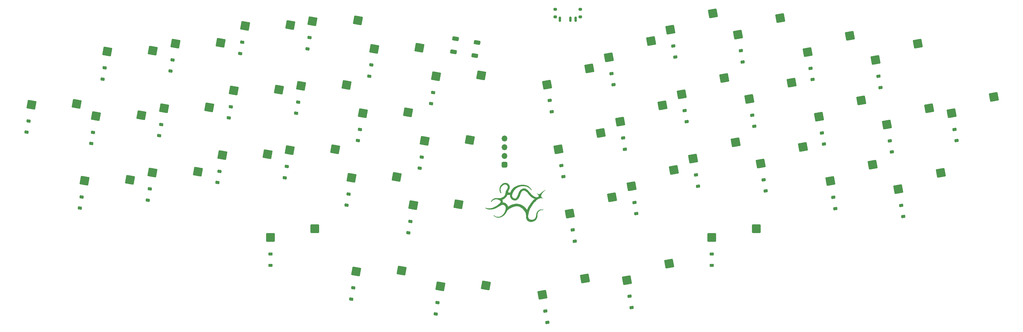
<source format=gbp>
G04 #@! TF.GenerationSoftware,KiCad,Pcbnew,(6.0.2)*
G04 #@! TF.CreationDate,2022-04-09T01:04:33+08:00*
G04 #@! TF.ProjectId,TK44,544b3434-2e6b-4696-9361-645f70636258,rev?*
G04 #@! TF.SameCoordinates,Original*
G04 #@! TF.FileFunction,Paste,Bot*
G04 #@! TF.FilePolarity,Positive*
%FSLAX46Y46*%
G04 Gerber Fmt 4.6, Leading zero omitted, Abs format (unit mm)*
G04 Created by KiCad (PCBNEW (6.0.2)) date 2022-04-09 01:04:33*
%MOMM*%
%LPD*%
G01*
G04 APERTURE LIST*
G04 Aperture macros list*
%AMRoundRect*
0 Rectangle with rounded corners*
0 $1 Rounding radius*
0 $2 $3 $4 $5 $6 $7 $8 $9 X,Y pos of 4 corners*
0 Add a 4 corners polygon primitive as box body*
4,1,4,$2,$3,$4,$5,$6,$7,$8,$9,$2,$3,0*
0 Add four circle primitives for the rounded corners*
1,1,$1+$1,$2,$3*
1,1,$1+$1,$4,$5*
1,1,$1+$1,$6,$7*
1,1,$1+$1,$8,$9*
0 Add four rect primitives between the rounded corners*
20,1,$1+$1,$2,$3,$4,$5,0*
20,1,$1+$1,$4,$5,$6,$7,0*
20,1,$1+$1,$6,$7,$8,$9,0*
20,1,$1+$1,$8,$9,$2,$3,0*%
G04 Aperture macros list end*
%ADD10RoundRect,0.250000X-1.183076X-0.806818X0.835780X-1.162797X1.183076X0.806818X-0.835780X1.162797X0*%
%ADD11RoundRect,0.250000X-0.835780X-1.162797X1.183076X-0.806818X0.835780X1.162797X-1.183076X0.806818X0*%
%ADD12RoundRect,0.250000X-1.025000X-1.000000X1.025000X-1.000000X1.025000X1.000000X-1.025000X1.000000X0*%
%ADD13RoundRect,0.425000X0.425000X0.425000X-0.425000X0.425000X-0.425000X-0.425000X0.425000X-0.425000X0*%
%ADD14O,1.700000X1.700000*%
%ADD15RoundRect,0.225000X0.330232X-0.286700X0.408374X0.156464X-0.330232X0.286700X-0.408374X-0.156464X0*%
%ADD16RoundRect,0.225000X0.408374X-0.156464X0.330232X0.286700X-0.408374X0.156464X-0.330232X-0.286700X0*%
%ADD17RoundRect,0.200000X-0.300000X-0.200000X0.300000X-0.200000X0.300000X0.200000X-0.300000X0.200000X0*%
%ADD18RoundRect,0.175000X-0.175000X-0.575000X0.175000X-0.575000X0.175000X0.575000X-0.175000X0.575000X0*%
%ADD19RoundRect,0.300000X-0.692219X-0.182571X0.588031X-0.408314X0.692219X0.182571X-0.588031X0.408314X0*%
%ADD20RoundRect,0.225000X0.375000X-0.225000X0.375000X0.225000X-0.375000X0.225000X-0.375000X-0.225000X0*%
G04 APERTURE END LIST*
G36*
X212841231Y-167293668D02*
G01*
X212856530Y-167302580D01*
X212859766Y-167303794D01*
X212877895Y-167316917D01*
X212903953Y-167339802D01*
X212912429Y-167346994D01*
X212925328Y-167357940D01*
X212967373Y-167389008D01*
X213011957Y-167418064D01*
X213043775Y-167437860D01*
X213059927Y-167448644D01*
X213081142Y-167462809D01*
X213105728Y-167481280D01*
X213107683Y-167482946D01*
X213142772Y-167507678D01*
X213189899Y-167535334D01*
X213219271Y-167550295D01*
X213238313Y-167559994D01*
X213277264Y-167575738D01*
X213278665Y-167576178D01*
X213311892Y-167590975D01*
X213347149Y-167612268D01*
X213353334Y-167616564D01*
X213377122Y-167631675D01*
X213388311Y-167636361D01*
X213390683Y-167635717D01*
X213407370Y-167639045D01*
X213457535Y-167655866D01*
X213524472Y-167677322D01*
X213578722Y-167693489D01*
X213614693Y-167702652D01*
X213646583Y-167709118D01*
X213683867Y-167716612D01*
X213715090Y-167723533D01*
X213754430Y-167733381D01*
X213760272Y-167734602D01*
X213793746Y-167737842D01*
X213843307Y-167739795D01*
X213902043Y-167740499D01*
X213963040Y-167739990D01*
X214019386Y-167738306D01*
X214064167Y-167735484D01*
X214090470Y-167731563D01*
X214114003Y-167724799D01*
X214147649Y-167715547D01*
X214168660Y-167709046D01*
X214217382Y-167690270D01*
X214269494Y-167666779D01*
X214315833Y-167642835D01*
X214347236Y-167622700D01*
X214365117Y-167608024D01*
X214408224Y-167569532D01*
X214436250Y-167539284D01*
X214446248Y-167520330D01*
X214446831Y-167515747D01*
X214457575Y-167505823D01*
X214460634Y-167504574D01*
X214473619Y-167487771D01*
X214488190Y-167457617D01*
X214493415Y-167441658D01*
X214499441Y-167381196D01*
X214489747Y-167314171D01*
X214465364Y-167249943D01*
X214445683Y-167212296D01*
X214424911Y-167172281D01*
X214410678Y-167149256D01*
X214383174Y-167110181D01*
X214347356Y-167062350D01*
X214307378Y-167011449D01*
X214260220Y-166952544D01*
X214202776Y-166879554D01*
X214161625Y-166825438D01*
X214136864Y-166790324D01*
X214128589Y-166774339D01*
X214128583Y-166774198D01*
X214122250Y-166759644D01*
X214106311Y-166729781D01*
X214084117Y-166690897D01*
X214061743Y-166650311D01*
X214045747Y-166616684D01*
X214039645Y-166597388D01*
X214040058Y-166589757D01*
X214048479Y-166574729D01*
X214068571Y-166578809D01*
X214101418Y-166602485D01*
X214148103Y-166646245D01*
X214157584Y-166655618D01*
X214248882Y-166736161D01*
X214342947Y-166803168D01*
X214433130Y-166851843D01*
X214467368Y-166864107D01*
X214521499Y-166873811D01*
X214591960Y-166876632D01*
X214619083Y-166876157D01*
X214678224Y-166870531D01*
X214730315Y-166856428D01*
X214781295Y-166831180D01*
X214837102Y-166792117D01*
X214903677Y-166736573D01*
X214927425Y-166715798D01*
X214970874Y-166677785D01*
X215007336Y-166645877D01*
X215030740Y-166625389D01*
X215047949Y-166610861D01*
X215083972Y-166581799D01*
X215123292Y-166551184D01*
X215149374Y-166530727D01*
X215187022Y-166499466D01*
X215214216Y-166474823D01*
X215240648Y-166449483D01*
X215272896Y-166422523D01*
X215291538Y-166413077D01*
X215295627Y-166411241D01*
X215314102Y-166396486D01*
X215340028Y-166371781D01*
X215347801Y-166364235D01*
X215382208Y-166333947D01*
X215427100Y-166297297D01*
X215474821Y-166260600D01*
X215493238Y-166246794D01*
X215537101Y-166212976D01*
X215573235Y-166183862D01*
X215595226Y-166164569D01*
X215600767Y-166159375D01*
X215632396Y-166134262D01*
X215669235Y-166109531D01*
X215682053Y-166101372D01*
X215706981Y-166082547D01*
X215716883Y-166070176D01*
X215721043Y-166063831D01*
X215741775Y-166046966D01*
X215774062Y-166026205D01*
X215795344Y-166012877D01*
X215821163Y-165993451D01*
X215831241Y-165980851D01*
X215831662Y-165978948D01*
X215845410Y-165964684D01*
X215872536Y-165947862D01*
X215891394Y-165937014D01*
X215931038Y-165910387D01*
X215971010Y-165879968D01*
X215993491Y-165862207D01*
X216037701Y-165829741D01*
X216075838Y-165804452D01*
X216088532Y-165796354D01*
X216113545Y-165777009D01*
X216123487Y-165763702D01*
X216132306Y-165752200D01*
X216156352Y-165739222D01*
X216182146Y-165725754D01*
X216220049Y-165701375D01*
X216261180Y-165671674D01*
X216332292Y-165618627D01*
X216399965Y-165571100D01*
X216455514Y-165535419D01*
X216495390Y-165513973D01*
X216530575Y-165498543D01*
X216509735Y-165538843D01*
X216493183Y-165564637D01*
X216451899Y-165612796D01*
X216393197Y-165669876D01*
X216319635Y-165733263D01*
X216311632Y-165739975D01*
X216272381Y-165775177D01*
X216220322Y-165824258D01*
X216159083Y-165883589D01*
X216092289Y-165949538D01*
X216023567Y-166018475D01*
X215956543Y-166086771D01*
X215894845Y-166150794D01*
X215842099Y-166206915D01*
X215801931Y-166251503D01*
X215777615Y-166279357D01*
X215740527Y-166321315D01*
X215710268Y-166354918D01*
X215691714Y-166374714D01*
X215669043Y-166402726D01*
X215647348Y-166437814D01*
X215645343Y-166441587D01*
X215628835Y-166466442D01*
X215615943Y-166476608D01*
X215611796Y-166478381D01*
X215595506Y-166495277D01*
X215575380Y-166524257D01*
X215573908Y-166526641D01*
X215550730Y-166562121D01*
X215519325Y-166607882D01*
X215486047Y-166654647D01*
X215470113Y-166677759D01*
X215436654Y-166731574D01*
X215400208Y-166795420D01*
X215363482Y-166864013D01*
X215329187Y-166932068D01*
X215300030Y-166994301D01*
X215278720Y-167045427D01*
X215267965Y-167080160D01*
X215264573Y-167095744D01*
X215256072Y-167124632D01*
X215250145Y-167142158D01*
X215235422Y-167205213D01*
X215224959Y-167279454D01*
X215219495Y-167355993D01*
X215219769Y-167425941D01*
X215226518Y-167480410D01*
X215233750Y-167513500D01*
X215241787Y-167553612D01*
X215242225Y-167555850D01*
X215250976Y-167585777D01*
X215260895Y-167602011D01*
X215266548Y-167608561D01*
X215272161Y-167631458D01*
X215275955Y-167646582D01*
X215290954Y-167678705D01*
X215313457Y-167716389D01*
X215338225Y-167750533D01*
X215373316Y-167793588D01*
X215412886Y-167838534D01*
X215452850Y-167881037D01*
X215489119Y-167916763D01*
X215517609Y-167941377D01*
X215534231Y-167950545D01*
X215545923Y-167953611D01*
X215568277Y-167968937D01*
X215572958Y-167973073D01*
X215599182Y-167991498D01*
X215638694Y-168015969D01*
X215685677Y-168043250D01*
X215734317Y-168070104D01*
X215778797Y-168093292D01*
X215813302Y-168109580D01*
X215832014Y-168115728D01*
X215834431Y-168116057D01*
X215855258Y-168122615D01*
X215886807Y-168134933D01*
X215895271Y-168138422D01*
X215925374Y-168150011D01*
X215942361Y-168155245D01*
X215943088Y-168155335D01*
X215967278Y-168164007D01*
X215985875Y-168178852D01*
X215989676Y-168192604D01*
X215987020Y-168195675D01*
X215964945Y-168203590D01*
X215935784Y-168202782D01*
X215913197Y-168193152D01*
X215911945Y-168192035D01*
X215885697Y-168177352D01*
X215839917Y-168159170D01*
X215779532Y-168138898D01*
X215709470Y-168117943D01*
X215634657Y-168097711D01*
X215560022Y-168079610D01*
X215490490Y-168065048D01*
X215430990Y-168055431D01*
X215397121Y-168051897D01*
X215316635Y-168047374D01*
X215225990Y-168046190D01*
X215132278Y-168048138D01*
X215042593Y-168053014D01*
X214964028Y-168060611D01*
X214903677Y-168070724D01*
X214903534Y-168070757D01*
X214868065Y-168078106D01*
X214827439Y-168085465D01*
X214824738Y-168085927D01*
X214789174Y-168094027D01*
X214763907Y-168103035D01*
X214740779Y-168111745D01*
X214706728Y-168119954D01*
X214697335Y-168121947D01*
X214657075Y-168134064D01*
X214604017Y-168153480D01*
X214542727Y-168178146D01*
X214477769Y-168206012D01*
X214433349Y-168226131D01*
X214413710Y-168235026D01*
X214355115Y-168263139D01*
X214306549Y-168288301D01*
X214272579Y-168308461D01*
X214257771Y-168321568D01*
X214254965Y-168325352D01*
X214236508Y-168331736D01*
X214225840Y-168334863D01*
X214198200Y-168349845D01*
X214164211Y-168373032D01*
X214131265Y-168397072D01*
X214082044Y-168431903D01*
X214033739Y-168465153D01*
X214013745Y-168478687D01*
X213984517Y-168498795D01*
X213959262Y-168517051D01*
X213933310Y-168537114D01*
X213901991Y-168562644D01*
X213860637Y-168597300D01*
X213804577Y-168644742D01*
X213750566Y-168692134D01*
X213674312Y-168762874D01*
X213591766Y-168842806D01*
X213507159Y-168927606D01*
X213424726Y-169012948D01*
X213348698Y-169094508D01*
X213283309Y-169167959D01*
X213232791Y-169228978D01*
X213223714Y-169240413D01*
X213189804Y-169281065D01*
X213158446Y-169316194D01*
X213153607Y-169321456D01*
X213125215Y-169356752D01*
X213104118Y-169389540D01*
X213103928Y-169389905D01*
X213087473Y-169414338D01*
X213073237Y-169424482D01*
X213065034Y-169427996D01*
X213052038Y-169446718D01*
X213046476Y-169458947D01*
X213030201Y-169483674D01*
X213026894Y-169487624D01*
X213009596Y-169510468D01*
X212983632Y-169546271D01*
X212953252Y-169589204D01*
X212946086Y-169599366D01*
X212910375Y-169648147D01*
X212875612Y-169693084D01*
X212848424Y-169725562D01*
X212835007Y-169740923D01*
X212815001Y-169766707D01*
X212807129Y-169781437D01*
X212800943Y-169793977D01*
X212782637Y-169823087D01*
X212755128Y-169864051D01*
X212721361Y-169912375D01*
X212695687Y-169948800D01*
X212649815Y-170015354D01*
X212606239Y-170080277D01*
X212567434Y-170139749D01*
X212535879Y-170189945D01*
X212514049Y-170227042D01*
X212504421Y-170247219D01*
X212502339Y-170253002D01*
X212491715Y-170263342D01*
X212484085Y-170269954D01*
X212466762Y-170293331D01*
X212444997Y-170327727D01*
X212430601Y-170351215D01*
X212397162Y-170402477D01*
X212365583Y-170447435D01*
X212349295Y-170470052D01*
X212331288Y-170497404D01*
X212324287Y-170511602D01*
X212323460Y-170514109D01*
X212313045Y-170534230D01*
X212292558Y-170570404D01*
X212264371Y-170618495D01*
X212230857Y-170674370D01*
X212223821Y-170686062D01*
X212190973Y-170742369D01*
X212155346Y-170805720D01*
X212118846Y-170872465D01*
X212083375Y-170938956D01*
X212050838Y-171001542D01*
X212023137Y-171056572D01*
X212002176Y-171100399D01*
X211989859Y-171129371D01*
X211988089Y-171139840D01*
X211987073Y-171148200D01*
X211975132Y-171169410D01*
X211965335Y-171187280D01*
X211946676Y-171226874D01*
X211923412Y-171279830D01*
X211897992Y-171340300D01*
X211872863Y-171402438D01*
X211850471Y-171460395D01*
X211833266Y-171508324D01*
X211827776Y-171524243D01*
X211813217Y-171563596D01*
X211801577Y-171591459D01*
X211793950Y-171609561D01*
X211786095Y-171635931D01*
X211781291Y-171652430D01*
X211768220Y-171681366D01*
X211760345Y-171700212D01*
X211760317Y-171715206D01*
X211760385Y-171715277D01*
X211758961Y-171729682D01*
X211746141Y-171754326D01*
X211745974Y-171754581D01*
X211731732Y-171778290D01*
X211726886Y-171790371D01*
X211727038Y-171794318D01*
X211722586Y-171813277D01*
X211717453Y-171831728D01*
X211710039Y-171864102D01*
X211709559Y-171866397D01*
X211702258Y-171896348D01*
X211690418Y-171940851D01*
X211676356Y-171991166D01*
X211652634Y-172076534D01*
X211621549Y-172195649D01*
X211592434Y-172315061D01*
X211566718Y-172428639D01*
X211545830Y-172530254D01*
X211531200Y-172613777D01*
X211526388Y-172643924D01*
X211519653Y-172683662D01*
X211517467Y-172696827D01*
X211511203Y-172739104D01*
X211505073Y-172785313D01*
X211502533Y-172805466D01*
X211496794Y-172848918D01*
X211492271Y-172880610D01*
X211491582Y-172885047D01*
X211485918Y-172921502D01*
X211479436Y-172963202D01*
X211459602Y-173113469D01*
X211448136Y-173275058D01*
X211450202Y-173416625D01*
X211465817Y-173538995D01*
X211495001Y-173642992D01*
X211498118Y-173651783D01*
X211505430Y-173677305D01*
X211507423Y-173683344D01*
X211518913Y-173709925D01*
X211537683Y-173749771D01*
X211560651Y-173796551D01*
X211584735Y-173843933D01*
X211606851Y-173885588D01*
X211607530Y-173886766D01*
X211625020Y-173909139D01*
X211656279Y-173943218D01*
X211696452Y-173984250D01*
X211740686Y-174027485D01*
X211784129Y-174068169D01*
X211821925Y-174101552D01*
X211849223Y-174122882D01*
X211850895Y-174123985D01*
X211879688Y-174140568D01*
X211922783Y-174162961D01*
X211974036Y-174188246D01*
X212027303Y-174213503D01*
X212076442Y-174235817D01*
X212115307Y-174252267D01*
X212137757Y-174259936D01*
X212169999Y-174266664D01*
X212211922Y-174276132D01*
X212248049Y-174284852D01*
X212248299Y-174284910D01*
X212264470Y-174287246D01*
X212298481Y-174291564D01*
X212343347Y-174296975D01*
X212419365Y-174303867D01*
X212506805Y-174305357D01*
X212598964Y-174299113D01*
X212705478Y-174284813D01*
X212710151Y-174284029D01*
X212753502Y-174274302D01*
X212808196Y-174259150D01*
X212867036Y-174240898D01*
X212922824Y-174221871D01*
X212968363Y-174204396D01*
X212996455Y-174190798D01*
X213020647Y-174177119D01*
X213041223Y-174169141D01*
X213057734Y-174162506D01*
X213090826Y-174143967D01*
X213133246Y-174117365D01*
X213179030Y-174086460D01*
X213222213Y-174055014D01*
X213234787Y-174045096D01*
X213277496Y-174007974D01*
X213323922Y-173963605D01*
X213370315Y-173916048D01*
X213412925Y-173869367D01*
X213448003Y-173827621D01*
X213471800Y-173794873D01*
X213480565Y-173775183D01*
X213481708Y-173767564D01*
X213492415Y-173757349D01*
X213501914Y-173750919D01*
X213513303Y-173728759D01*
X213513946Y-173726828D01*
X213528598Y-173695933D01*
X213549974Y-173662051D01*
X213565287Y-173637836D01*
X213585726Y-173600223D01*
X213605533Y-173559805D01*
X213620680Y-173524852D01*
X213627139Y-173503633D01*
X213630376Y-173494173D01*
X213641718Y-173471456D01*
X213645822Y-173463168D01*
X213659117Y-173429436D01*
X213672150Y-173388864D01*
X213678732Y-173365819D01*
X213686676Y-173337510D01*
X213691582Y-173317630D01*
X213695880Y-173295840D01*
X213701999Y-173261801D01*
X213704661Y-173247203D01*
X213712285Y-173207308D01*
X213718136Y-173179210D01*
X213718318Y-173178412D01*
X213724108Y-173147490D01*
X213729835Y-173109325D01*
X213729837Y-173109304D01*
X213735880Y-173068574D01*
X213742211Y-173033087D01*
X213750623Y-172988581D01*
X213758441Y-172934792D01*
X213765644Y-172867904D01*
X213768418Y-172840975D01*
X213773627Y-172797109D01*
X213778153Y-172766253D01*
X213783510Y-172736156D01*
X213790398Y-172696368D01*
X213796180Y-172663096D01*
X213803906Y-172620130D01*
X213803960Y-172619838D01*
X213811790Y-172576250D01*
X213818842Y-172535095D01*
X213823861Y-172503896D01*
X213825592Y-172490176D01*
X213825720Y-172488793D01*
X213831479Y-172469895D01*
X213844092Y-172434415D01*
X213861377Y-172388053D01*
X213881154Y-172336508D01*
X213901243Y-172285479D01*
X213919464Y-172240665D01*
X213933636Y-172207766D01*
X213941978Y-172190249D01*
X213965989Y-172144045D01*
X213995191Y-172091569D01*
X214026179Y-172038575D01*
X214055546Y-171990812D01*
X214079886Y-171954032D01*
X214095792Y-171933987D01*
X214107891Y-171920922D01*
X214131642Y-171892972D01*
X214160355Y-171857749D01*
X214188213Y-171824130D01*
X214240876Y-171765670D01*
X214293896Y-171712287D01*
X214342093Y-171669082D01*
X214380286Y-171641155D01*
X214386606Y-171637311D01*
X214410969Y-171619875D01*
X214420835Y-171608136D01*
X214423666Y-171603740D01*
X214441639Y-171587846D01*
X214469942Y-171566422D01*
X214501243Y-171544675D01*
X214528212Y-171527809D01*
X214543517Y-171521031D01*
X214549198Y-171518875D01*
X214571544Y-171506250D01*
X214603235Y-171486088D01*
X214609312Y-171482071D01*
X214641557Y-171461669D01*
X214672572Y-171444482D01*
X214710606Y-171426226D01*
X214763907Y-171402616D01*
X214834539Y-171374664D01*
X214993582Y-171328655D01*
X215163600Y-171300186D01*
X215338555Y-171290434D01*
X215382906Y-171290835D01*
X215433317Y-171292406D01*
X215469983Y-171294891D01*
X215487073Y-171297992D01*
X215491675Y-171300031D01*
X215517529Y-171306560D01*
X215554091Y-171312489D01*
X215563039Y-171313712D01*
X215609538Y-171322089D01*
X215649207Y-171331951D01*
X215686034Y-171342178D01*
X215724234Y-171350766D01*
X215751848Y-171357988D01*
X215785557Y-171371886D01*
X215803676Y-171381544D01*
X215818534Y-171388312D01*
X215821360Y-171389284D01*
X215841789Y-171397713D01*
X215873353Y-171411510D01*
X215895522Y-171422590D01*
X215914910Y-171439887D01*
X215917825Y-171461187D01*
X215917529Y-171463027D01*
X215908902Y-171479639D01*
X215887977Y-171487399D01*
X215850726Y-171486871D01*
X215793122Y-171478618D01*
X215669750Y-171461535D01*
X215497360Y-171453786D01*
X215329807Y-171466831D01*
X215160980Y-171500884D01*
X215140954Y-171506026D01*
X215110155Y-171513712D01*
X215100997Y-171516094D01*
X215047808Y-171533655D01*
X214984969Y-171558852D01*
X214922736Y-171587637D01*
X214876410Y-171610873D01*
X214825389Y-171636885D01*
X214791795Y-171654767D01*
X214772382Y-171666265D01*
X214763907Y-171673124D01*
X214761159Y-171675857D01*
X214742123Y-171690886D01*
X214713081Y-171711600D01*
X214703397Y-171718464D01*
X214674882Y-171741339D01*
X214658448Y-171758637D01*
X214652683Y-171765584D01*
X214632287Y-171775158D01*
X214632031Y-171775163D01*
X214613301Y-171785110D01*
X214582889Y-171811465D01*
X214544226Y-171850352D01*
X214500746Y-171897893D01*
X214455882Y-171950210D01*
X214413067Y-172003426D01*
X214375732Y-172053664D01*
X214347312Y-172097046D01*
X214333862Y-172120024D01*
X214306531Y-172167897D01*
X214284694Y-172207703D01*
X214272152Y-172232586D01*
X214252901Y-172277001D01*
X214227129Y-172339050D01*
X214210879Y-172382885D01*
X214203103Y-172411452D01*
X214202756Y-172427696D01*
X214202908Y-172433473D01*
X214193761Y-172453108D01*
X214186826Y-172464042D01*
X214179494Y-172484632D01*
X214173674Y-172515087D01*
X214169176Y-172557999D01*
X214165811Y-172615958D01*
X214163390Y-172691554D01*
X214161721Y-172787379D01*
X214160616Y-172906023D01*
X214160190Y-172954920D01*
X214158508Y-173060845D01*
X214155961Y-173150623D01*
X214152648Y-173221938D01*
X214148664Y-173272476D01*
X214144107Y-173299920D01*
X214143941Y-173300445D01*
X214132192Y-173342846D01*
X214123675Y-173382511D01*
X214122735Y-173387881D01*
X214113916Y-173428239D01*
X214102455Y-173471456D01*
X214098879Y-173483903D01*
X214091406Y-173512568D01*
X214089253Y-173525591D01*
X214089330Y-173526057D01*
X214084142Y-173540378D01*
X214071342Y-173566887D01*
X214069195Y-173571106D01*
X214058662Y-173595086D01*
X214057434Y-173604872D01*
X214058063Y-173606501D01*
X214053392Y-173624848D01*
X214041034Y-173659704D01*
X214022872Y-173706190D01*
X214000784Y-173759424D01*
X213976651Y-173814527D01*
X213966597Y-173836881D01*
X213945507Y-173884036D01*
X213928426Y-173922531D01*
X213926588Y-173926685D01*
X213909663Y-173963511D01*
X213895443Y-173992416D01*
X213880295Y-174021129D01*
X213861915Y-174055948D01*
X213854241Y-174070091D01*
X213819912Y-174127783D01*
X213779852Y-174188910D01*
X213739902Y-174244823D01*
X213705905Y-174286874D01*
X213692673Y-174301349D01*
X213642068Y-174354085D01*
X213586931Y-174408354D01*
X213532664Y-174459068D01*
X213484668Y-174501137D01*
X213448347Y-174529474D01*
X213432016Y-174541065D01*
X213405963Y-174561292D01*
X213393873Y-174573328D01*
X213382810Y-174582888D01*
X213355255Y-174601034D01*
X213317635Y-174623315D01*
X213282069Y-174644064D01*
X213252758Y-174662416D01*
X213239145Y-174672620D01*
X213237023Y-174674619D01*
X213216877Y-174686862D01*
X213182603Y-174704519D01*
X213141487Y-174724185D01*
X213100810Y-174742450D01*
X213067857Y-174755907D01*
X213049909Y-174761151D01*
X213045685Y-174761740D01*
X213035843Y-174773857D01*
X213035529Y-174777020D01*
X213026313Y-174784546D01*
X213019983Y-174784479D01*
X212997724Y-174790349D01*
X212980709Y-174796751D01*
X212942597Y-174809690D01*
X212895231Y-174824853D01*
X212845289Y-174840202D01*
X212799448Y-174853697D01*
X212764384Y-174863300D01*
X212746773Y-174866972D01*
X212741003Y-174867577D01*
X212730890Y-174875508D01*
X212729817Y-174878629D01*
X212715007Y-174884970D01*
X212691036Y-174887874D01*
X212645975Y-174895417D01*
X212578414Y-174907938D01*
X212569398Y-174909619D01*
X212523962Y-174917562D01*
X212476763Y-174925221D01*
X212469889Y-174926106D01*
X212430809Y-174928721D01*
X212374672Y-174930357D01*
X212307543Y-174931056D01*
X212235489Y-174930861D01*
X212164576Y-174929815D01*
X212100868Y-174927961D01*
X212050432Y-174925341D01*
X212019335Y-174921998D01*
X212014993Y-174921192D01*
X211978513Y-174915099D01*
X211936743Y-174908857D01*
X211929107Y-174907779D01*
X211863949Y-174897149D01*
X211818773Y-174886422D01*
X211788655Y-174874456D01*
X211774392Y-174868558D01*
X211765208Y-174870263D01*
X211761548Y-174872135D01*
X211746148Y-174862801D01*
X211734999Y-174854920D01*
X211727089Y-174854193D01*
X211719203Y-174854023D01*
X211693895Y-174845642D01*
X211657204Y-174830497D01*
X211625058Y-174817076D01*
X211597798Y-174807577D01*
X211587319Y-174806648D01*
X211587082Y-174807302D01*
X211575660Y-174803686D01*
X211552376Y-174789088D01*
X211542525Y-174782458D01*
X211504322Y-174759342D01*
X211462743Y-174736788D01*
X211389565Y-174692394D01*
X211310051Y-174631337D01*
X211230916Y-174559647D01*
X211157761Y-174482795D01*
X211096190Y-174406252D01*
X211051803Y-174335488D01*
X211038613Y-174309797D01*
X211016727Y-174267147D01*
X210993121Y-174221131D01*
X210984683Y-174203793D01*
X210963785Y-174156017D01*
X210941350Y-174099940D01*
X210920356Y-174043437D01*
X210903781Y-173994382D01*
X210894603Y-173960650D01*
X210894601Y-173960638D01*
X210891087Y-173944937D01*
X210884361Y-173916178D01*
X210881147Y-173902426D01*
X210866888Y-173833413D01*
X210856416Y-173763702D01*
X210855263Y-173755092D01*
X210849260Y-173718052D01*
X210843596Y-173692767D01*
X210841490Y-173684338D01*
X210837221Y-173656296D01*
X210832850Y-173612216D01*
X210828277Y-173550537D01*
X210823405Y-173469699D01*
X210818135Y-173368141D01*
X210812369Y-173244301D01*
X210806008Y-173096618D01*
X210802481Y-173020194D01*
X210793713Y-172878994D01*
X210782426Y-172753170D01*
X210768065Y-172636013D01*
X210768037Y-172635808D01*
X210761598Y-172588769D01*
X210755462Y-172542545D01*
X210748123Y-172506283D01*
X210728639Y-172442406D01*
X210699925Y-172366253D01*
X210663953Y-172283412D01*
X210649587Y-172252278D01*
X210630500Y-172210838D01*
X210617148Y-172181761D01*
X210605782Y-172158873D01*
X210596243Y-172143642D01*
X210595267Y-172142395D01*
X210584911Y-172124543D01*
X210567254Y-172091192D01*
X210545492Y-172048344D01*
X210539970Y-172037502D01*
X210508671Y-171980589D01*
X210471136Y-171917443D01*
X210434311Y-171859843D01*
X210417908Y-171835150D01*
X210391951Y-171794880D01*
X210374010Y-171765413D01*
X210367246Y-171751839D01*
X210362874Y-171743449D01*
X210344794Y-171717661D01*
X210315256Y-171678468D01*
X210277032Y-171629383D01*
X210232894Y-171573915D01*
X210185617Y-171515575D01*
X210137972Y-171457872D01*
X210092733Y-171404318D01*
X210088729Y-171399665D01*
X210021397Y-171325618D01*
X209941750Y-171244256D01*
X209855492Y-171160956D01*
X209768330Y-171081096D01*
X209685968Y-171010053D01*
X209614111Y-170953203D01*
X209600630Y-170943113D01*
X209556571Y-170909352D01*
X209514435Y-170876183D01*
X209495028Y-170861569D01*
X209464520Y-170842395D01*
X209444697Y-170834887D01*
X209435436Y-170832720D01*
X209419127Y-170815828D01*
X209414247Y-170806907D01*
X209399367Y-170796768D01*
X209389118Y-170793245D01*
X209362282Y-170778593D01*
X209327665Y-170756430D01*
X209304733Y-170740834D01*
X209264613Y-170713611D01*
X209233981Y-170692898D01*
X209232940Y-170692200D01*
X209205234Y-170676289D01*
X209186080Y-170669705D01*
X209181042Y-170668708D01*
X209157148Y-170658198D01*
X209125210Y-170639922D01*
X209119259Y-170636248D01*
X209072927Y-170610181D01*
X209026988Y-170587513D01*
X208997823Y-170574387D01*
X208949001Y-170552120D01*
X208899464Y-170529275D01*
X208860492Y-170512108D01*
X208816615Y-170494801D01*
X208785107Y-170484634D01*
X208755582Y-170475940D01*
X208734742Y-170466750D01*
X208731603Y-170464903D01*
X208704516Y-170454658D01*
X208660303Y-170441913D01*
X208605387Y-170428201D01*
X208546192Y-170415053D01*
X208489142Y-170404002D01*
X208440659Y-170396582D01*
X208428521Y-170395106D01*
X208385436Y-170389825D01*
X208339008Y-170384092D01*
X208313009Y-170381623D01*
X208251994Y-170378639D01*
X208178930Y-170377408D01*
X208102309Y-170377927D01*
X208030622Y-170380194D01*
X207972361Y-170384205D01*
X207956487Y-170385798D01*
X207901451Y-170391342D01*
X207851651Y-170396383D01*
X207838533Y-170397800D01*
X207795519Y-170403410D01*
X207762706Y-170408991D01*
X207759846Y-170409602D01*
X207687991Y-170424348D01*
X207622936Y-170436233D01*
X207591967Y-170441606D01*
X207565108Y-170446692D01*
X207546824Y-170451181D01*
X207527639Y-170457151D01*
X207503977Y-170463659D01*
X207467740Y-170471333D01*
X207463782Y-170472099D01*
X207431744Y-170480427D01*
X207386000Y-170494296D01*
X207335076Y-170511148D01*
X207323723Y-170515046D01*
X207275059Y-170531312D01*
X207234803Y-170544105D01*
X207210733Y-170550934D01*
X207189572Y-170555880D01*
X207160686Y-170564250D01*
X207127389Y-170576996D01*
X207105829Y-170585384D01*
X207065244Y-170600606D01*
X207019385Y-170617393D01*
X206982675Y-170630860D01*
X206942985Y-170645893D01*
X206917734Y-170656029D01*
X206915254Y-170657108D01*
X206884606Y-170670344D01*
X206847849Y-170686098D01*
X206825782Y-170695611D01*
X206780547Y-170715376D01*
X206733492Y-170736168D01*
X206703410Y-170749510D01*
X206657476Y-170769757D01*
X206622311Y-170785113D01*
X206617147Y-170787422D01*
X206591469Y-170801686D01*
X206581015Y-170812577D01*
X206579251Y-170816710D01*
X206563001Y-170822181D01*
X206557428Y-170823658D01*
X206531904Y-170834123D01*
X206490992Y-170852661D01*
X206439460Y-170876938D01*
X206382081Y-170904618D01*
X206323623Y-170933368D01*
X206268857Y-170960852D01*
X206222553Y-170984736D01*
X206189482Y-171002686D01*
X206174412Y-171012366D01*
X206154689Y-171027381D01*
X206121338Y-171047026D01*
X206085524Y-171064504D01*
X206081634Y-171066255D01*
X206048464Y-171084862D01*
X206013310Y-171108946D01*
X206005179Y-171114963D01*
X205977578Y-171132703D01*
X205960160Y-171139840D01*
X205951231Y-171142233D01*
X205930722Y-171156479D01*
X205924667Y-171161723D01*
X205899027Y-171181131D01*
X205860699Y-171208428D01*
X205815458Y-171239457D01*
X205791694Y-171255750D01*
X205753311Y-171283487D01*
X205726846Y-171304566D01*
X205716983Y-171315377D01*
X205716953Y-171315796D01*
X205706229Y-171328694D01*
X205682041Y-171345818D01*
X205664438Y-171358407D01*
X205628670Y-171388708D01*
X205584483Y-171429349D01*
X205536935Y-171475397D01*
X205491088Y-171521917D01*
X205452002Y-171563978D01*
X205424737Y-171596645D01*
X205420485Y-171602256D01*
X205391352Y-171637924D01*
X205364382Y-171667324D01*
X205363599Y-171668098D01*
X205343934Y-171689817D01*
X205335793Y-171703253D01*
X205335245Y-171705144D01*
X205325232Y-171723486D01*
X205305220Y-171755712D01*
X205278614Y-171796281D01*
X205271015Y-171807716D01*
X205245766Y-171847413D01*
X205228092Y-171877893D01*
X205221436Y-171893316D01*
X205221224Y-171895490D01*
X205213000Y-171919308D01*
X205194404Y-171960315D01*
X205167603Y-172014545D01*
X205134765Y-172078034D01*
X205098057Y-172146815D01*
X205059646Y-172216924D01*
X205021701Y-172284396D01*
X204986388Y-172345264D01*
X204955875Y-172395563D01*
X204932330Y-172431328D01*
X204917919Y-172448594D01*
X204915439Y-172451077D01*
X204900295Y-172470062D01*
X204876027Y-172502751D01*
X204846566Y-172543892D01*
X204838696Y-172554957D01*
X204805216Y-172600141D01*
X204774361Y-172639167D01*
X204751958Y-172664602D01*
X204751227Y-172665333D01*
X204726524Y-172691723D01*
X204693047Y-172729526D01*
X204657822Y-172770812D01*
X204632117Y-172801016D01*
X204575695Y-172863022D01*
X204514757Y-172923499D01*
X204443821Y-172987746D01*
X204357404Y-173061059D01*
X204309338Y-173100948D01*
X204264090Y-173138539D01*
X204228301Y-173168316D01*
X204207025Y-173186077D01*
X204183491Y-173203577D01*
X204168125Y-173210976D01*
X204155791Y-173216519D01*
X204133816Y-173233212D01*
X204127838Y-173238358D01*
X204096968Y-173262424D01*
X204059804Y-173288858D01*
X204022982Y-173313226D01*
X203993136Y-173331097D01*
X203976900Y-173338039D01*
X203975863Y-173338078D01*
X203961389Y-173347569D01*
X203960180Y-173349313D01*
X203941835Y-173362984D01*
X203905860Y-173384244D01*
X203856818Y-173410790D01*
X203799277Y-173440319D01*
X203737801Y-173470530D01*
X203676956Y-173499119D01*
X203621308Y-173523784D01*
X203575422Y-173542223D01*
X203539072Y-173556240D01*
X203504834Y-173570831D01*
X203486624Y-173580397D01*
X203471564Y-173588185D01*
X203442152Y-173596981D01*
X203421476Y-173601673D01*
X203380807Y-173611862D01*
X203334542Y-173624155D01*
X203298723Y-173633877D01*
X203259841Y-173644245D01*
X203236068Y-173650353D01*
X203218514Y-173654667D01*
X203185243Y-173663107D01*
X203165930Y-173667708D01*
X203083108Y-173681585D01*
X202983979Y-173691351D01*
X202875414Y-173696894D01*
X202764285Y-173698103D01*
X202657465Y-173694863D01*
X202561825Y-173687063D01*
X202484237Y-173674591D01*
X202462464Y-173670062D01*
X202426038Y-173663352D01*
X202397349Y-173656730D01*
X202359330Y-173644475D01*
X202358969Y-173644335D01*
X202334533Y-173637108D01*
X202324387Y-173638509D01*
X202319839Y-173639439D01*
X202303375Y-173628664D01*
X202289676Y-173619094D01*
X202277387Y-173615909D01*
X202270015Y-173615915D01*
X202241550Y-173608387D01*
X202195062Y-173592746D01*
X202133792Y-173570027D01*
X202124339Y-173566995D01*
X202105203Y-173564736D01*
X202102781Y-173564830D01*
X202095673Y-173554047D01*
X202094554Y-173549367D01*
X202079790Y-173541225D01*
X202075062Y-173540901D01*
X202039465Y-173529925D01*
X201988974Y-173505172D01*
X201927166Y-173469113D01*
X201857621Y-173424222D01*
X201783916Y-173372970D01*
X201709630Y-173317829D01*
X201638339Y-173261271D01*
X201573623Y-173205770D01*
X201519060Y-173153797D01*
X201465709Y-173093341D01*
X201429706Y-173039595D01*
X201411838Y-172994757D01*
X201412493Y-172960617D01*
X201432059Y-172938966D01*
X201470924Y-172931595D01*
X201484818Y-172937806D01*
X201513985Y-172958606D01*
X201552707Y-172990563D01*
X201596385Y-173030069D01*
X201646859Y-173076818D01*
X201739736Y-173157337D01*
X201820915Y-173219416D01*
X201892371Y-173264622D01*
X201908331Y-173273490D01*
X201955842Y-173300037D01*
X201997585Y-173323536D01*
X202009611Y-173330086D01*
X202041180Y-173344852D01*
X202061305Y-173350745D01*
X202065996Y-173351386D01*
X202091221Y-173360241D01*
X202124450Y-173376183D01*
X202137299Y-173382772D01*
X202162072Y-173393236D01*
X202171911Y-173393686D01*
X202174159Y-173391441D01*
X202187794Y-173398548D01*
X202209114Y-173409518D01*
X202241796Y-173419377D01*
X202274634Y-173426484D01*
X202311681Y-173434857D01*
X202378291Y-173447835D01*
X202489383Y-173461233D01*
X202608649Y-173467701D01*
X202727969Y-173467116D01*
X202839223Y-173459355D01*
X202934292Y-173444296D01*
X202958573Y-173439218D01*
X202997824Y-173431909D01*
X203028562Y-173425742D01*
X203111978Y-173402177D01*
X203208417Y-173367585D01*
X203312438Y-173324433D01*
X203418599Y-173275188D01*
X203521458Y-173222319D01*
X203615571Y-173168292D01*
X203695498Y-173115576D01*
X203709277Y-173105573D01*
X203782658Y-173050512D01*
X203857911Y-172991444D01*
X203930523Y-172932120D01*
X203995978Y-172876289D01*
X204049762Y-172827700D01*
X204087360Y-172790104D01*
X204102562Y-172773384D01*
X204144327Y-172727627D01*
X204183231Y-172685203D01*
X204194666Y-172672373D01*
X204228685Y-172631784D01*
X204268390Y-172582065D01*
X204307358Y-172531186D01*
X204328143Y-172503412D01*
X204359272Y-172462011D01*
X204383130Y-172430526D01*
X204395762Y-172414188D01*
X204400930Y-172406628D01*
X204408229Y-172385599D01*
X204408683Y-172382097D01*
X204420935Y-172372356D01*
X204426781Y-172370206D01*
X204433642Y-172353297D01*
X204434975Y-172344542D01*
X204445492Y-172334237D01*
X204454990Y-172327808D01*
X204466380Y-172305648D01*
X204467002Y-172303776D01*
X204481600Y-172272865D01*
X204502890Y-172238939D01*
X204515770Y-172219004D01*
X204539194Y-172176711D01*
X204561284Y-172130935D01*
X204575778Y-172099300D01*
X204590954Y-172068911D01*
X204599786Y-172054697D01*
X204599962Y-172054543D01*
X204609411Y-172038677D01*
X204621351Y-172010225D01*
X204631775Y-171983070D01*
X204649286Y-171939264D01*
X204668838Y-171891629D01*
X204685990Y-171849356D01*
X204700256Y-171812102D01*
X204707706Y-171789978D01*
X204712069Y-171775368D01*
X204723436Y-171740129D01*
X204739569Y-171691501D01*
X204758528Y-171635388D01*
X204773867Y-171590011D01*
X204790745Y-171539156D01*
X204803242Y-171500411D01*
X204809410Y-171479735D01*
X204813679Y-171462251D01*
X204821837Y-171428909D01*
X204827116Y-171406136D01*
X204835042Y-171368554D01*
X204840133Y-171344856D01*
X204847631Y-171315567D01*
X204862084Y-171259203D01*
X204878696Y-171165224D01*
X204890241Y-171061226D01*
X204896568Y-170952994D01*
X204897523Y-170846316D01*
X204892955Y-170746978D01*
X204882711Y-170660766D01*
X204866639Y-170593467D01*
X204843334Y-170527164D01*
X204824104Y-170478071D01*
X204810059Y-170449956D01*
X204800402Y-170440991D01*
X204793611Y-170434613D01*
X204784886Y-170412401D01*
X204772010Y-170384818D01*
X204743680Y-170343025D01*
X204704324Y-170293451D01*
X204657996Y-170240908D01*
X204608752Y-170190212D01*
X204560645Y-170146176D01*
X204537057Y-170126939D01*
X204486024Y-170089021D01*
X204434706Y-170054861D01*
X204389649Y-170028693D01*
X204357404Y-170014753D01*
X204354909Y-170013880D01*
X204334954Y-170005596D01*
X204303793Y-169991936D01*
X204300061Y-169990310D01*
X204253896Y-169974085D01*
X204208495Y-169963239D01*
X204200463Y-169961917D01*
X204169158Y-169955719D01*
X204152347Y-169950668D01*
X204146268Y-169949006D01*
X204118911Y-169946602D01*
X204077300Y-169945325D01*
X204028812Y-169945160D01*
X203980824Y-169946090D01*
X203940713Y-169948101D01*
X203915858Y-169951176D01*
X203895971Y-169956046D01*
X203858679Y-169965245D01*
X203839039Y-169970009D01*
X203816115Y-169975240D01*
X203796465Y-169983710D01*
X203768466Y-170000203D01*
X203766012Y-170001790D01*
X203743882Y-170013810D01*
X203734792Y-170014413D01*
X203730233Y-170014020D01*
X203709476Y-170022738D01*
X203677614Y-170040069D01*
X203655270Y-170052488D01*
X203630192Y-170064119D01*
X203620435Y-170065133D01*
X203618163Y-170062634D01*
X203604552Y-170069553D01*
X203604307Y-170069749D01*
X203585776Y-170081481D01*
X203550441Y-170101698D01*
X203503930Y-170127362D01*
X203451870Y-170155438D01*
X203399887Y-170182891D01*
X203353608Y-170206685D01*
X203318659Y-170223786D01*
X203313184Y-170226420D01*
X203287718Y-170241585D01*
X203277364Y-170253043D01*
X203276196Y-170256793D01*
X203261254Y-170263102D01*
X203253771Y-170264800D01*
X203227644Y-170277149D01*
X203194545Y-170297526D01*
X203184016Y-170304551D01*
X203137214Y-170333794D01*
X203092637Y-170359269D01*
X203080280Y-170365863D01*
X203023822Y-170396599D01*
X202988378Y-170417197D01*
X202972411Y-170428543D01*
X202972103Y-170428845D01*
X202956391Y-170439100D01*
X202928923Y-170453955D01*
X202887414Y-170475335D01*
X202860961Y-170490310D01*
X202848480Y-170500056D01*
X202845348Y-170507535D01*
X202844164Y-170511166D01*
X202829175Y-170517229D01*
X202814406Y-170522090D01*
X202783999Y-170537937D01*
X202746584Y-170560970D01*
X202714608Y-170580921D01*
X202689615Y-170594158D01*
X202679970Y-170595913D01*
X202679003Y-170593450D01*
X202670441Y-170600462D01*
X202668212Y-170602787D01*
X202648306Y-170617259D01*
X202613213Y-170639748D01*
X202568184Y-170667188D01*
X202518468Y-170696513D01*
X202469317Y-170724658D01*
X202425981Y-170748558D01*
X202393710Y-170765145D01*
X202377754Y-170771356D01*
X202368733Y-170774352D01*
X202349916Y-170790275D01*
X202339123Y-170799701D01*
X202322947Y-170802232D01*
X202319346Y-170800637D01*
X202311681Y-170807243D01*
X202308213Y-170814809D01*
X202289445Y-170826683D01*
X202277545Y-170831173D01*
X202248149Y-170845250D01*
X202233558Y-170853373D01*
X202203677Y-170868863D01*
X202195560Y-170872881D01*
X202157827Y-170891776D01*
X202108076Y-170916879D01*
X202054365Y-170944106D01*
X202004756Y-170969375D01*
X201967309Y-170988601D01*
X201956893Y-170993678D01*
X201928632Y-171003958D01*
X201913307Y-171004064D01*
X201910106Y-171002037D01*
X201905077Y-171010659D01*
X201902459Y-171017922D01*
X201884802Y-171025483D01*
X201861995Y-171030263D01*
X201830800Y-171043331D01*
X201807995Y-171054439D01*
X201758803Y-171075535D01*
X201697549Y-171099629D01*
X201629325Y-171124938D01*
X201559224Y-171149682D01*
X201492338Y-171172079D01*
X201433757Y-171190348D01*
X201388574Y-171202707D01*
X201361881Y-171207376D01*
X201356090Y-171208193D01*
X201345998Y-171218196D01*
X201345899Y-171219690D01*
X201336468Y-171226351D01*
X201326395Y-171226740D01*
X201296957Y-171231408D01*
X201257053Y-171239618D01*
X201230391Y-171245402D01*
X201181340Y-171255198D01*
X201142696Y-171261921D01*
X201142573Y-171261939D01*
X201101887Y-171268429D01*
X201066458Y-171274766D01*
X201045616Y-171278599D01*
X201010472Y-171284032D01*
X200965929Y-171289734D01*
X200908006Y-171296166D01*
X200832721Y-171303789D01*
X200736093Y-171313066D01*
X200701568Y-171315636D01*
X200635871Y-171318610D01*
X200556891Y-171320664D01*
X200470152Y-171321794D01*
X200381181Y-171321996D01*
X200295503Y-171321267D01*
X200218643Y-171319604D01*
X200156128Y-171317003D01*
X200113482Y-171313460D01*
X200027415Y-171302061D01*
X199948436Y-171290924D01*
X199884953Y-171280929D01*
X199831765Y-171271185D01*
X199783671Y-171260806D01*
X199735468Y-171248903D01*
X199715435Y-171243826D01*
X199684642Y-171236390D01*
X199650983Y-171227428D01*
X199587421Y-171207107D01*
X199513228Y-171180644D01*
X199435746Y-171150797D01*
X199362315Y-171120324D01*
X199300275Y-171091983D01*
X199261636Y-171073269D01*
X199217270Y-171052302D01*
X199185433Y-171037889D01*
X199171244Y-171032395D01*
X199166635Y-171030402D01*
X199144568Y-171017062D01*
X199109469Y-170993982D01*
X199066417Y-170964455D01*
X199026375Y-170934973D01*
X198987705Y-170899606D01*
X198969818Y-170869842D01*
X198971287Y-170842883D01*
X198990683Y-170815930D01*
X198993930Y-170813132D01*
X199025806Y-170802926D01*
X199075029Y-170804529D01*
X199137425Y-170817457D01*
X199208820Y-170841225D01*
X199213744Y-170843104D01*
X199254948Y-170856678D01*
X199290536Y-170865389D01*
X199316640Y-170871209D01*
X199337835Y-170879014D01*
X199340350Y-170880190D01*
X199364126Y-170887028D01*
X199406467Y-170896805D01*
X199462223Y-170908502D01*
X199526245Y-170921097D01*
X199593386Y-170933570D01*
X199658497Y-170944901D01*
X199716428Y-170954068D01*
X199805620Y-170964698D01*
X199915391Y-170973083D01*
X200033813Y-170978268D01*
X200155242Y-170980243D01*
X200274038Y-170978995D01*
X200384559Y-170974514D01*
X200481161Y-170966787D01*
X200558204Y-170955803D01*
X200582326Y-170951108D01*
X200621736Y-170943325D01*
X200656446Y-170936833D01*
X200696905Y-170929851D01*
X200700864Y-170929188D01*
X200731248Y-170923135D01*
X200747730Y-170918183D01*
X200748814Y-170917639D01*
X200767974Y-170912366D01*
X200799625Y-170906259D01*
X200808147Y-170904836D01*
X200844320Y-170898349D01*
X200876033Y-170891319D01*
X200910408Y-170881813D01*
X200954567Y-170867898D01*
X201015633Y-170847642D01*
X201038879Y-170839862D01*
X201091374Y-170822362D01*
X201126327Y-170810905D01*
X201148590Y-170803958D01*
X201163017Y-170799987D01*
X201174462Y-170797459D01*
X201175747Y-170797139D01*
X201196158Y-170787954D01*
X201225288Y-170771356D01*
X201229280Y-170768917D01*
X201256674Y-170753716D01*
X201273077Y-170747164D01*
X201275154Y-170746818D01*
X201297174Y-170738737D01*
X201334157Y-170722307D01*
X201379917Y-170700582D01*
X201428272Y-170676613D01*
X201473037Y-170653454D01*
X201508029Y-170634158D01*
X201527063Y-170621778D01*
X201541480Y-170611279D01*
X201549300Y-170611275D01*
X201549364Y-170611792D01*
X201560281Y-170611965D01*
X201584242Y-170601620D01*
X201604723Y-170591025D01*
X201644690Y-170570870D01*
X201696040Y-170545287D01*
X201752601Y-170517364D01*
X201797999Y-170494988D01*
X201851221Y-170468370D01*
X201898551Y-170443946D01*
X201943914Y-170419487D01*
X201991235Y-170392763D01*
X202044439Y-170361544D01*
X202107453Y-170323602D01*
X202184202Y-170276707D01*
X202278610Y-170218629D01*
X202290149Y-170211284D01*
X202329986Y-170183983D01*
X202369771Y-170154613D01*
X202381498Y-170145703D01*
X202428215Y-170112028D01*
X202473428Y-170081542D01*
X202481413Y-170076139D01*
X202511144Y-170054502D01*
X202553479Y-170022573D01*
X202604314Y-169983564D01*
X202659545Y-169940684D01*
X202715071Y-169897144D01*
X202766788Y-169856155D01*
X202810593Y-169820926D01*
X202842382Y-169794668D01*
X202858054Y-169780593D01*
X202858287Y-169780344D01*
X202871645Y-169768558D01*
X202898846Y-169745767D01*
X202934292Y-169716664D01*
X202976073Y-169680800D01*
X203030138Y-169631061D01*
X203089275Y-169574108D01*
X203149504Y-169513990D01*
X203206841Y-169454755D01*
X203257304Y-169400451D01*
X203296912Y-169355127D01*
X203321681Y-169322831D01*
X203357115Y-169264358D01*
X203397302Y-169182107D01*
X203422959Y-169106679D01*
X203432024Y-169043292D01*
X203431913Y-169036339D01*
X203418678Y-168963865D01*
X203385284Y-168886453D01*
X203334430Y-168809166D01*
X203268815Y-168737067D01*
X203239201Y-168710895D01*
X203195613Y-168676028D01*
X203149761Y-168642287D01*
X203107077Y-168613476D01*
X203072990Y-168593400D01*
X203052934Y-168585863D01*
X203046127Y-168585054D01*
X203035943Y-168576258D01*
X203035655Y-168575009D01*
X203022139Y-168563544D01*
X202994647Y-168550013D01*
X202993126Y-168549399D01*
X202958697Y-168534716D01*
X202936004Y-168523960D01*
X203936534Y-168523960D01*
X203938086Y-168530311D01*
X203941828Y-168556715D01*
X203942744Y-168562186D01*
X203951587Y-168566317D01*
X203961321Y-168570043D01*
X203974000Y-168591220D01*
X203985251Y-168623174D01*
X203991782Y-168658366D01*
X203993064Y-168663818D01*
X204002794Y-168667732D01*
X204005116Y-168668062D01*
X204015093Y-168684048D01*
X204028915Y-168718816D01*
X204044977Y-168768012D01*
X204061671Y-168827284D01*
X204063934Y-168844821D01*
X204065991Y-168884325D01*
X204067264Y-168937767D01*
X204067751Y-168998837D01*
X204067450Y-169061230D01*
X204066358Y-169118635D01*
X204064473Y-169164747D01*
X204061793Y-169193257D01*
X204061681Y-169193894D01*
X204052296Y-169228258D01*
X204040131Y-169252481D01*
X204034080Y-169262811D01*
X204036315Y-169276239D01*
X204037972Y-169276840D01*
X204059188Y-169279443D01*
X204099612Y-169281934D01*
X204154222Y-169284057D01*
X204217997Y-169285553D01*
X204233204Y-169285831D01*
X204295620Y-169287570D01*
X204347935Y-169289962D01*
X204385044Y-169292728D01*
X204401844Y-169295589D01*
X204420268Y-169301232D01*
X204451397Y-169305620D01*
X204478844Y-169310411D01*
X204495901Y-169318809D01*
X204504588Y-169326495D01*
X204526932Y-169333660D01*
X204567627Y-169338498D01*
X204587930Y-169342227D01*
X204598824Y-169349534D01*
X204605307Y-169356951D01*
X204627414Y-169367128D01*
X204645397Y-169372874D01*
X204674140Y-169381995D01*
X204690739Y-169387085D01*
X204703652Y-169390764D01*
X204751301Y-169408576D01*
X204827689Y-169458175D01*
X204841530Y-169469251D01*
X204858071Y-169479884D01*
X204859621Y-169475985D01*
X204858048Y-169472321D01*
X204865712Y-169472183D01*
X204887561Y-169485515D01*
X204894041Y-169490045D01*
X204920424Y-169506692D01*
X204935670Y-169513427D01*
X204944062Y-169515932D01*
X204965192Y-169530275D01*
X204987764Y-169551163D01*
X205004445Y-169571437D01*
X205007900Y-169583936D01*
X205005680Y-169587623D01*
X205015279Y-169584400D01*
X205020338Y-169583230D01*
X205041612Y-169591553D01*
X205068053Y-169611925D01*
X205093065Y-169637838D01*
X205110052Y-169662783D01*
X205112417Y-169680251D01*
X205109135Y-169687814D01*
X205118143Y-169685977D01*
X205123027Y-169684799D01*
X205143769Y-169693240D01*
X205169831Y-169713758D01*
X205194626Y-169739765D01*
X205211567Y-169764675D01*
X205214068Y-169781902D01*
X205210785Y-169789465D01*
X205219794Y-169787628D01*
X205224678Y-169786449D01*
X205245420Y-169794891D01*
X205271482Y-169815408D01*
X205296277Y-169841416D01*
X205313218Y-169866326D01*
X205315719Y-169883552D01*
X205312567Y-169890452D01*
X205319733Y-169890336D01*
X205320957Y-169889761D01*
X205337010Y-169895556D01*
X205356326Y-169916963D01*
X205361514Y-169924808D01*
X205385883Y-169964195D01*
X205405274Y-169999389D01*
X205416726Y-170024687D01*
X205417279Y-170034387D01*
X205416513Y-170035831D01*
X205424643Y-170050192D01*
X205443917Y-170074967D01*
X205447495Y-170079292D01*
X205474364Y-170117156D01*
X205491949Y-170151489D01*
X205496277Y-170174716D01*
X205496221Y-170175436D01*
X205502663Y-170191390D01*
X205518176Y-170217576D01*
X205522038Y-170223640D01*
X205531002Y-170242336D01*
X205524530Y-170243422D01*
X205524381Y-170243336D01*
X205518936Y-170243808D01*
X205529592Y-170258772D01*
X205542378Y-170278193D01*
X205543358Y-170292722D01*
X205541421Y-170295173D01*
X205546912Y-170301221D01*
X205554332Y-170306857D01*
X205562352Y-170334564D01*
X205567747Y-170386430D01*
X205568987Y-170391903D01*
X205579331Y-170395209D01*
X205586118Y-170396681D01*
X205591508Y-170414828D01*
X205592601Y-170431236D01*
X205594685Y-170456873D01*
X205601311Y-170469792D01*
X205622100Y-170476811D01*
X205647060Y-170471452D01*
X205665936Y-170454112D01*
X205677660Y-170438666D01*
X205691184Y-170434398D01*
X205699730Y-170435553D01*
X205719186Y-170425224D01*
X205733873Y-170412168D01*
X205760768Y-170390165D01*
X205771542Y-170382026D01*
X205780160Y-170377968D01*
X205774523Y-170390165D01*
X205772863Y-170393908D01*
X205779111Y-170391363D01*
X205797553Y-170373567D01*
X205804343Y-170366823D01*
X205828185Y-170348993D01*
X205844103Y-170345728D01*
X205848898Y-170347781D01*
X205856753Y-170341417D01*
X205858725Y-170337092D01*
X205876665Y-170321931D01*
X205907240Y-170304310D01*
X205922952Y-170297094D01*
X205945127Y-170289957D01*
X205950744Y-170293453D01*
X205950275Y-170294470D01*
X205953717Y-170294631D01*
X205969003Y-170278985D01*
X205990330Y-170259092D01*
X206007525Y-170250395D01*
X206012599Y-170249301D01*
X206036076Y-170238137D01*
X206067350Y-170218810D01*
X206080627Y-170210298D01*
X206108188Y-170196093D01*
X206123653Y-170193258D01*
X206131801Y-170193396D01*
X206148999Y-170180510D01*
X206159433Y-170171061D01*
X206174520Y-170167871D01*
X206180683Y-170168231D01*
X206191970Y-170154429D01*
X206197822Y-170145220D01*
X206215608Y-170138548D01*
X206216139Y-170138652D01*
X206235987Y-170132379D01*
X206260714Y-170113268D01*
X206262388Y-170111623D01*
X206285217Y-170094415D01*
X206300854Y-170091182D01*
X206304388Y-170092662D01*
X206316273Y-170085401D01*
X206328270Y-170076099D01*
X206355172Y-170069870D01*
X206380119Y-170063392D01*
X206396575Y-170049382D01*
X206402668Y-170041507D01*
X206422774Y-170039208D01*
X206433525Y-170040528D01*
X206449307Y-170028165D01*
X206449968Y-170026739D01*
X206468165Y-170012077D01*
X206499198Y-170001638D01*
X206501105Y-170001266D01*
X206534546Y-169990424D01*
X206556590Y-169976019D01*
X206566107Y-169967728D01*
X206582455Y-169965392D01*
X206586015Y-169967009D01*
X206593722Y-169961017D01*
X206595821Y-169955626D01*
X206612781Y-169947560D01*
X206619978Y-169946761D01*
X206650900Y-169943325D01*
X206659569Y-169941359D01*
X206669960Y-169932101D01*
X206676434Y-169924276D01*
X206698549Y-169913853D01*
X206718333Y-169907478D01*
X206739845Y-169900407D01*
X206752397Y-169896752D01*
X206780316Y-169889895D01*
X206800029Y-169884121D01*
X206834318Y-169869646D01*
X206851213Y-169862317D01*
X206860555Y-169862851D01*
X206868041Y-169863577D01*
X206889145Y-169854246D01*
X206910140Y-169844640D01*
X206927778Y-169841264D01*
X206940874Y-169839426D01*
X206965897Y-169828531D01*
X206986035Y-169818094D01*
X207003502Y-169810888D01*
X207016208Y-169806289D01*
X207017175Y-169805677D01*
X207036258Y-169800218D01*
X207069841Y-169794172D01*
X207108454Y-169789284D01*
X207138899Y-169784068D01*
X207162456Y-169775793D01*
X207169780Y-169772137D01*
X207178214Y-169773604D01*
X207185737Y-169774461D01*
X207206803Y-169765064D01*
X207228895Y-169754467D01*
X207254452Y-169746549D01*
X207254618Y-169746528D01*
X207279931Y-169741111D01*
X207313851Y-169731587D01*
X207316881Y-169730669D01*
X207345386Y-169724490D01*
X207360654Y-169725515D01*
X207365584Y-169727299D01*
X207383847Y-169721399D01*
X207400899Y-169714314D01*
X207432341Y-169708103D01*
X207446083Y-169706724D01*
X207506593Y-169698103D01*
X207591171Y-169683184D01*
X207605203Y-169680983D01*
X207649714Y-169676104D01*
X207705831Y-169671592D01*
X207764337Y-169668046D01*
X207816017Y-169666066D01*
X207851651Y-169666250D01*
X207874990Y-169667134D01*
X207902476Y-169666838D01*
X207920699Y-169666313D01*
X207953302Y-169666838D01*
X207976617Y-169667363D01*
X208004127Y-169666838D01*
X208022349Y-169666313D01*
X208054952Y-169666838D01*
X208078267Y-169667363D01*
X208105778Y-169666838D01*
X208124000Y-169666313D01*
X208156603Y-169666838D01*
X208179648Y-169667406D01*
X208204252Y-169667026D01*
X208207864Y-169666772D01*
X208236018Y-169664859D01*
X208262528Y-169664647D01*
X208307049Y-169666107D01*
X208361544Y-169668860D01*
X208418941Y-169672461D01*
X208472164Y-169676465D01*
X208514139Y-169680423D01*
X208537794Y-169683891D01*
X208541969Y-169684892D01*
X208578491Y-169691557D01*
X208620385Y-169696921D01*
X208631858Y-169698102D01*
X208659963Y-169701611D01*
X208671211Y-169704066D01*
X208671478Y-169704334D01*
X208685548Y-169707132D01*
X208714410Y-169710632D01*
X208717260Y-169710956D01*
X208749195Y-169719121D01*
X208768218Y-169731766D01*
X208773610Y-169739145D01*
X208779020Y-169740671D01*
X208785292Y-169738176D01*
X208811467Y-169740350D01*
X208853450Y-169748268D01*
X208906278Y-169761134D01*
X208929920Y-169766723D01*
X208953927Y-169770692D01*
X208959647Y-169771614D01*
X208969810Y-169779607D01*
X208977967Y-169785403D01*
X209007776Y-169791638D01*
X209055578Y-169796207D01*
X209061323Y-169797287D01*
X209071461Y-169807791D01*
X209073743Y-169812750D01*
X209090928Y-169818379D01*
X209095249Y-169818730D01*
X209122709Y-169825919D01*
X209157637Y-169839467D01*
X209168019Y-169844064D01*
X209196644Y-169856308D01*
X209211231Y-169861850D01*
X209211488Y-169861907D01*
X209227455Y-169867230D01*
X209255703Y-169877690D01*
X209259923Y-169879301D01*
X209307227Y-169897301D01*
X209336898Y-169908302D01*
X209354641Y-169914216D01*
X209366161Y-169916958D01*
X209377163Y-169918442D01*
X209381775Y-169920102D01*
X209382572Y-169933051D01*
X209380226Y-169938035D01*
X209384998Y-169943153D01*
X209399017Y-169943558D01*
X209426172Y-169950650D01*
X209455520Y-169961837D01*
X209478137Y-169973612D01*
X209485093Y-169982468D01*
X209484006Y-169986265D01*
X209494506Y-169993406D01*
X209524318Y-169998361D01*
X209558116Y-170009562D01*
X209580667Y-170023206D01*
X209585051Y-170036033D01*
X209583189Y-170039936D01*
X209588300Y-170044804D01*
X209601837Y-170044403D01*
X209629539Y-170051336D01*
X209658520Y-170063782D01*
X209680150Y-170077790D01*
X209685799Y-170089413D01*
X209682976Y-170095396D01*
X209687465Y-170095077D01*
X209688801Y-170094159D01*
X209708071Y-170095556D01*
X209738017Y-170108894D01*
X209771034Y-170130100D01*
X209799512Y-170155098D01*
X209800243Y-170155882D01*
X209813468Y-170167715D01*
X209813456Y-170162128D01*
X209811586Y-170157716D01*
X209817278Y-170154802D01*
X209841132Y-170168482D01*
X209865849Y-170184772D01*
X209904652Y-170209454D01*
X209932966Y-170225631D01*
X209957729Y-170237405D01*
X209976038Y-170248002D01*
X209986318Y-170261246D01*
X209986331Y-170261561D01*
X209997455Y-170274068D01*
X210023106Y-170287963D01*
X210035635Y-170294620D01*
X210068658Y-170320232D01*
X210100147Y-170353290D01*
X210115489Y-170371068D01*
X210137618Y-170391692D01*
X210150646Y-170397046D01*
X210153046Y-170396422D01*
X210171500Y-170403417D01*
X210197492Y-170422190D01*
X210203178Y-170426931D01*
X210230373Y-170445960D01*
X210249254Y-170453681D01*
X210261481Y-170458143D01*
X210281020Y-170476465D01*
X210290244Y-170487146D01*
X210317387Y-170513176D01*
X210351249Y-170541821D01*
X210371934Y-170559840D01*
X210392298Y-170582967D01*
X210396934Y-170597254D01*
X210394809Y-170602681D01*
X210403986Y-170600834D01*
X210410474Y-170599819D01*
X210433492Y-170610645D01*
X210464077Y-170636668D01*
X210477646Y-170651233D01*
X210497133Y-170679048D01*
X210499911Y-170696759D01*
X210496628Y-170704322D01*
X210505637Y-170702485D01*
X210512125Y-170701470D01*
X210535143Y-170712296D01*
X210565728Y-170738319D01*
X210579297Y-170752884D01*
X210598784Y-170780699D01*
X210601562Y-170798410D01*
X210598279Y-170805973D01*
X210607288Y-170804136D01*
X210612163Y-170803094D01*
X210632694Y-170811814D01*
X210658826Y-170832182D01*
X210683899Y-170857722D01*
X210701254Y-170881957D01*
X210704231Y-170898412D01*
X210701808Y-170903676D01*
X210707118Y-170908264D01*
X210714695Y-170910792D01*
X210735547Y-170927663D01*
X210762065Y-170955554D01*
X210777579Y-170973034D01*
X210808716Y-171005732D01*
X210833107Y-171028468D01*
X210833364Y-171028678D01*
X210852817Y-171049943D01*
X210874191Y-171080695D01*
X210893173Y-171113493D01*
X210905453Y-171140899D01*
X210906719Y-171155474D01*
X210906299Y-171156786D01*
X210914837Y-171170406D01*
X210936168Y-171191674D01*
X210971060Y-171222431D01*
X210939295Y-171184697D01*
X210931321Y-171174852D01*
X210922822Y-171161430D01*
X210929752Y-171164006D01*
X210939340Y-171173491D01*
X210961406Y-171199597D01*
X210989412Y-171235230D01*
X211018977Y-171274531D01*
X211045719Y-171311641D01*
X211065257Y-171340700D01*
X211073209Y-171355848D01*
X211073816Y-171357800D01*
X211083249Y-171375844D01*
X211100280Y-171404187D01*
X211101009Y-171405346D01*
X211118277Y-171430206D01*
X211128503Y-171435323D01*
X211136538Y-171423247D01*
X211143271Y-171407004D01*
X211151681Y-171381633D01*
X211160193Y-171346270D01*
X211165499Y-171326872D01*
X211174521Y-171304765D01*
X211181307Y-171287734D01*
X211188723Y-171257435D01*
X211196692Y-171232149D01*
X211210080Y-171213367D01*
X211215942Y-171208753D01*
X211214102Y-171203566D01*
X211210630Y-171199715D01*
X211218834Y-171184312D01*
X211226554Y-171173124D01*
X211226485Y-171165253D01*
X211225235Y-171162808D01*
X211230462Y-171144594D01*
X211244247Y-171114427D01*
X211251782Y-171098887D01*
X211261761Y-171073589D01*
X211262009Y-171063602D01*
X211259861Y-171060822D01*
X211267994Y-171046550D01*
X211274141Y-171036416D01*
X211273785Y-171021137D01*
X211271705Y-171017877D01*
X211280248Y-171012776D01*
X211288877Y-171007996D01*
X211295072Y-170987364D01*
X211296942Y-170972616D01*
X211305075Y-170961951D01*
X211311474Y-170956564D01*
X211317099Y-170935116D01*
X211321830Y-170915814D01*
X211338862Y-170886467D01*
X211350726Y-170870223D01*
X211358604Y-170849139D01*
X211358726Y-170847267D01*
X211365755Y-170824230D01*
X211380276Y-170792961D01*
X211383079Y-170787578D01*
X211395614Y-170759293D01*
X211399336Y-170742766D01*
X211399095Y-170740285D01*
X211409430Y-170733237D01*
X211414750Y-170731619D01*
X211422136Y-170715733D01*
X211425049Y-170704044D01*
X211441196Y-170682411D01*
X211451010Y-170670779D01*
X211460255Y-170642338D01*
X211463288Y-170628085D01*
X211479315Y-170610768D01*
X211489038Y-170603840D01*
X211498374Y-170580760D01*
X211501059Y-170568152D01*
X211517434Y-170550753D01*
X211526240Y-170545335D01*
X211536493Y-170525536D01*
X211539395Y-170513661D01*
X211555553Y-170491816D01*
X211565591Y-170480639D01*
X211574612Y-170457146D01*
X211576480Y-170448973D01*
X211590150Y-170422365D01*
X211612731Y-170390165D01*
X211624388Y-170374465D01*
X211643361Y-170343197D01*
X211650850Y-170321628D01*
X211652537Y-170311598D01*
X211663829Y-170301221D01*
X211677381Y-170291098D01*
X211692130Y-170266278D01*
X211711900Y-170233407D01*
X211739506Y-170201254D01*
X211745181Y-170195811D01*
X211757952Y-170181544D01*
X211754533Y-170180475D01*
X211751477Y-170178791D01*
X211757535Y-170163088D01*
X211771450Y-170137973D01*
X211789325Y-170109864D01*
X211807265Y-170085182D01*
X211821373Y-170070346D01*
X211827901Y-170062781D01*
X211836673Y-170038580D01*
X211844342Y-170020509D01*
X211866156Y-169997895D01*
X211882444Y-169981691D01*
X211892271Y-169956200D01*
X211895306Y-169941942D01*
X211911331Y-169924625D01*
X211920288Y-169919892D01*
X211930390Y-169906336D01*
X211932267Y-169900243D01*
X211944995Y-169876729D01*
X211965564Y-169844094D01*
X211989021Y-169809731D01*
X212010415Y-169781033D01*
X212024794Y-169765393D01*
X212031160Y-169758037D01*
X212039967Y-169733976D01*
X212044275Y-169720621D01*
X212062900Y-169696761D01*
X212072558Y-169687135D01*
X212074198Y-169674176D01*
X212072153Y-169670956D01*
X212080749Y-169665903D01*
X212087737Y-169663590D01*
X212095573Y-169646445D01*
X212097729Y-169636654D01*
X212114632Y-169619673D01*
X212123457Y-169614348D01*
X212133692Y-169595408D01*
X212134621Y-169588911D01*
X212148361Y-169569392D01*
X212156083Y-169566301D01*
X212152751Y-169576958D01*
X212148551Y-169586211D01*
X212157349Y-169584397D01*
X212162975Y-169579606D01*
X212165838Y-169564868D01*
X212165558Y-169564329D01*
X212169050Y-169547457D01*
X212184690Y-169522446D01*
X212185736Y-169521111D01*
X212202859Y-169497211D01*
X212209930Y-169483411D01*
X212210228Y-169482172D01*
X212220980Y-169467149D01*
X212242380Y-169444013D01*
X212246733Y-169439442D01*
X212263703Y-169414685D01*
X212265829Y-169397000D01*
X212262863Y-169390368D01*
X212270584Y-169390938D01*
X212280752Y-169390726D01*
X212292467Y-169373828D01*
X212301145Y-169357375D01*
X212325148Y-169335077D01*
X212339694Y-169324136D01*
X212349700Y-169305808D01*
X212352648Y-169296829D01*
X212368744Y-169271804D01*
X212394172Y-169241126D01*
X212410749Y-169222675D01*
X212430814Y-169199003D01*
X212438644Y-169187702D01*
X212443239Y-169180080D01*
X212460487Y-169155782D01*
X212487546Y-169119164D01*
X212521236Y-169074584D01*
X212549091Y-169038500D01*
X212577428Y-169002874D01*
X212596709Y-168979955D01*
X212603827Y-168973544D01*
X212603867Y-168973890D01*
X212612736Y-168970442D01*
X212632416Y-168954063D01*
X212652502Y-168930963D01*
X212661240Y-168912037D01*
X212665840Y-168901126D01*
X212684316Y-168875838D01*
X212712066Y-168844993D01*
X212732540Y-168823495D01*
X212761033Y-168791624D01*
X212779013Y-168768990D01*
X212787730Y-168757302D01*
X212786579Y-168762539D01*
X212783421Y-168772326D01*
X212792459Y-168771318D01*
X212799942Y-168763420D01*
X212807129Y-168739001D01*
X212810459Y-168725751D01*
X212829365Y-168717515D01*
X212841532Y-168715485D01*
X212850164Y-168699013D01*
X212854513Y-168683388D01*
X212873730Y-168663133D01*
X212878858Y-168659986D01*
X212892239Y-168653959D01*
X212889086Y-168663126D01*
X212885448Y-168671527D01*
X212894976Y-168669132D01*
X212900985Y-168663503D01*
X212904285Y-168643305D01*
X212903951Y-168628971D01*
X212917533Y-168608086D01*
X212939910Y-168598764D01*
X212944089Y-168601438D01*
X212934192Y-168612438D01*
X212930223Y-168615267D01*
X212921578Y-168622989D01*
X212934192Y-168620405D01*
X212942868Y-168615678D01*
X212951815Y-168595995D01*
X212956192Y-168581155D01*
X212975381Y-168561482D01*
X212980509Y-168558335D01*
X212993890Y-168552308D01*
X212990737Y-168561475D01*
X212987099Y-168569876D01*
X212996627Y-168567481D01*
X213002636Y-168561852D01*
X213005936Y-168541654D01*
X213005602Y-168527320D01*
X213019184Y-168506435D01*
X213041561Y-168497113D01*
X213045740Y-168499787D01*
X213035843Y-168510787D01*
X213031874Y-168513616D01*
X213023229Y-168521338D01*
X213035843Y-168518754D01*
X213044519Y-168514027D01*
X213053466Y-168494344D01*
X213057843Y-168479504D01*
X213077032Y-168459831D01*
X213082160Y-168456684D01*
X213095541Y-168450657D01*
X213092388Y-168459825D01*
X213088750Y-168468226D01*
X213098278Y-168465831D01*
X213104287Y-168460202D01*
X213107587Y-168440003D01*
X213107253Y-168425670D01*
X213120835Y-168404784D01*
X213143212Y-168395462D01*
X213147394Y-168397837D01*
X213137494Y-168407974D01*
X213127259Y-168416500D01*
X213134632Y-168420486D01*
X213148092Y-168413108D01*
X213162437Y-168390149D01*
X213173299Y-168368649D01*
X213189499Y-168350066D01*
X213198193Y-168346575D01*
X213194298Y-168357754D01*
X213193607Y-168359687D01*
X213202894Y-168353360D01*
X213225372Y-168333193D01*
X213257627Y-168302182D01*
X213269276Y-168290616D01*
X213300168Y-168258758D01*
X213320615Y-168235815D01*
X213326673Y-168226131D01*
X213297984Y-168210664D01*
X213261421Y-168195014D01*
X213232248Y-168185847D01*
X213217418Y-168182861D01*
X213201025Y-168178727D01*
X213185143Y-168177755D01*
X213182772Y-168177729D01*
X213175613Y-168166553D01*
X213175275Y-168163308D01*
X213166083Y-168156766D01*
X213159648Y-168156331D01*
X213134468Y-168148862D01*
X213099375Y-168135087D01*
X213080332Y-168127177D01*
X213047343Y-168114906D01*
X213028035Y-168109740D01*
X213016360Y-168106273D01*
X212993093Y-168091744D01*
X212980088Y-168083442D01*
X212971907Y-168085583D01*
X212967843Y-168087591D01*
X212954781Y-168074648D01*
X212941088Y-168061821D01*
X212911279Y-168048540D01*
X212888838Y-168040886D01*
X212859321Y-168021667D01*
X212839312Y-168008329D01*
X212822075Y-168006339D01*
X212812554Y-168007236D01*
X212794306Y-167994878D01*
X212783405Y-167984921D01*
X212761100Y-167975958D01*
X212753808Y-167975002D01*
X212743597Y-167965504D01*
X212738993Y-167959266D01*
X212717094Y-167943942D01*
X212683242Y-167925628D01*
X212662678Y-167914255D01*
X212615143Y-167880841D01*
X212574382Y-167843961D01*
X212553528Y-167822276D01*
X212537064Y-167807194D01*
X212533836Y-167807599D01*
X212536626Y-167814595D01*
X212534834Y-167823482D01*
X212530334Y-167821936D01*
X212508904Y-167808419D01*
X212476605Y-167784717D01*
X212439170Y-167755388D01*
X212402334Y-167724990D01*
X212371830Y-167698082D01*
X212353392Y-167679223D01*
X212332648Y-167657153D01*
X212305752Y-167636455D01*
X212304759Y-167635844D01*
X212287523Y-167621574D01*
X212256490Y-167593037D01*
X212214576Y-167553137D01*
X212211645Y-167550295D01*
X212222636Y-167550295D01*
X212228989Y-167556648D01*
X212235343Y-167550295D01*
X212228989Y-167543942D01*
X212222636Y-167550295D01*
X212211645Y-167550295D01*
X212164696Y-167504776D01*
X212109766Y-167450856D01*
X212107535Y-167448644D01*
X212120985Y-167448644D01*
X212127339Y-167454998D01*
X212133692Y-167448644D01*
X212127339Y-167442291D01*
X212120985Y-167448644D01*
X212107535Y-167448644D01*
X212052700Y-167394280D01*
X212005453Y-167346994D01*
X212019335Y-167346994D01*
X212025688Y-167353347D01*
X212032041Y-167346994D01*
X212025688Y-167340640D01*
X212019335Y-167346994D01*
X212005453Y-167346994D01*
X211996416Y-167337949D01*
X211943827Y-167284768D01*
X211905366Y-167245343D01*
X211917684Y-167245343D01*
X211924037Y-167251696D01*
X211930390Y-167245343D01*
X211924037Y-167238990D01*
X211917684Y-167245343D01*
X211905366Y-167245343D01*
X211897849Y-167237637D01*
X211861398Y-167199459D01*
X211837390Y-167173138D01*
X211828739Y-167161574D01*
X211828716Y-167161306D01*
X211819383Y-167147912D01*
X211796417Y-167122715D01*
X211764564Y-167090939D01*
X211757415Y-167083956D01*
X211724643Y-167049965D01*
X211686639Y-167008270D01*
X211647147Y-166963268D01*
X211609912Y-166919356D01*
X211578679Y-166880929D01*
X211557194Y-166852383D01*
X211549200Y-166838115D01*
X211550974Y-166835827D01*
X211565082Y-166840038D01*
X211567705Y-166841200D01*
X211566045Y-166834692D01*
X211550161Y-166815376D01*
X211545922Y-166810784D01*
X211524969Y-166790005D01*
X211513249Y-166781561D01*
X211516005Y-166789493D01*
X211531347Y-166808773D01*
X211546861Y-166826688D01*
X211546366Y-166829840D01*
X211526963Y-166818423D01*
X211508161Y-166803033D01*
X211498374Y-166785393D01*
X211493612Y-166773869D01*
X211475154Y-166748012D01*
X211447549Y-166716496D01*
X211425858Y-166692671D01*
X211404847Y-166666720D01*
X211396723Y-166652429D01*
X211396221Y-166649556D01*
X211383267Y-166641791D01*
X211379191Y-166641198D01*
X211376312Y-166631271D01*
X211373827Y-166623717D01*
X211356901Y-166601180D01*
X211327521Y-166568429D01*
X211293357Y-166533787D01*
X211307779Y-166533787D01*
X211314132Y-166540140D01*
X211320485Y-166533787D01*
X211314132Y-166527434D01*
X211307779Y-166533787D01*
X211293357Y-166533787D01*
X211289247Y-166529620D01*
X211260332Y-166500981D01*
X211229166Y-166468688D01*
X211209702Y-166446645D01*
X211205291Y-166438489D01*
X211205670Y-166437618D01*
X211195772Y-166424524D01*
X211171506Y-166398102D01*
X211136018Y-166361441D01*
X211092454Y-166317630D01*
X211043959Y-166269757D01*
X210993680Y-166220911D01*
X210944763Y-166174181D01*
X210900354Y-166132654D01*
X210863599Y-166099419D01*
X210837644Y-166077565D01*
X210816098Y-166060761D01*
X210774460Y-166027916D01*
X210740602Y-166000778D01*
X210732154Y-165994102D01*
X210705786Y-165975801D01*
X210689777Y-165968549D01*
X210686948Y-165970860D01*
X210697874Y-165981061D01*
X210706244Y-165988226D01*
X210702606Y-165993572D01*
X210692412Y-165990670D01*
X210672461Y-165974707D01*
X210661371Y-165964629D01*
X210638741Y-165955648D01*
X210629007Y-165953067D01*
X210613116Y-165935523D01*
X210605086Y-165922806D01*
X210594649Y-165932346D01*
X210586878Y-165941904D01*
X210583711Y-165933412D01*
X210581992Y-165926723D01*
X210566013Y-165917529D01*
X210554435Y-165914678D01*
X210532807Y-165898609D01*
X210522038Y-165889168D01*
X210505980Y-165886566D01*
X210504275Y-165887272D01*
X210483727Y-165885229D01*
X210453417Y-165874216D01*
X210452246Y-165873677D01*
X210414145Y-165859251D01*
X210380215Y-165850996D01*
X210357163Y-165846383D01*
X210332566Y-165837042D01*
X210324948Y-165833541D01*
X210316489Y-165837364D01*
X210314195Y-165839811D01*
X210303977Y-165828584D01*
X210294973Y-165817824D01*
X210291465Y-165826158D01*
X210289300Y-165833897D01*
X210275388Y-165832705D01*
X210273759Y-165831847D01*
X210251375Y-165827070D01*
X210213965Y-165824038D01*
X210168261Y-165822716D01*
X210120995Y-165823073D01*
X210078899Y-165825074D01*
X210048704Y-165828687D01*
X210037144Y-165833879D01*
X210036887Y-165836636D01*
X210029642Y-165838024D01*
X210026094Y-165836716D01*
X210004101Y-165839048D01*
X209971110Y-165848527D01*
X209958429Y-165852670D01*
X209926760Y-165859945D01*
X209908637Y-165859459D01*
X209901552Y-165858703D01*
X209889571Y-165872251D01*
X209883447Y-165881796D01*
X209862072Y-165892116D01*
X209843246Y-165897381D01*
X209816775Y-165914352D01*
X209811228Y-165919105D01*
X209798571Y-165927361D01*
X209801183Y-165917529D01*
X209802581Y-165913691D01*
X209795509Y-165918708D01*
X209777486Y-165939186D01*
X209769199Y-165948519D01*
X209745050Y-165968594D01*
X209727405Y-165973551D01*
X209713388Y-165974508D01*
X209692931Y-165990012D01*
X209683925Y-166001782D01*
X209683125Y-166006062D01*
X209700425Y-165993767D01*
X209713412Y-165984235D01*
X209719247Y-165982111D01*
X209708399Y-165996943D01*
X209695936Y-166010308D01*
X209681154Y-166019180D01*
X209680905Y-166019186D01*
X209664837Y-166027812D01*
X209640658Y-166048114D01*
X209615348Y-166073191D01*
X209595884Y-166096142D01*
X209589245Y-166110067D01*
X209587415Y-166115911D01*
X209570185Y-166121025D01*
X209567336Y-166121066D01*
X209555327Y-166123690D01*
X209567008Y-166133537D01*
X209569442Y-166135129D01*
X209578546Y-166143950D01*
X209563832Y-166146049D01*
X209552333Y-166147815D01*
X209544772Y-166156670D01*
X209544520Y-166159876D01*
X209533015Y-166177870D01*
X209509830Y-166202168D01*
X209499754Y-166211700D01*
X209485786Y-166226859D01*
X209487594Y-166229110D01*
X209494948Y-166226885D01*
X209503477Y-166234438D01*
X209503000Y-166238119D01*
X209491012Y-166247894D01*
X209481017Y-166255378D01*
X209470806Y-166278740D01*
X209461876Y-166299821D01*
X209445366Y-166316379D01*
X209437455Y-166322479D01*
X209435124Y-166342604D01*
X209436328Y-166353880D01*
X209422277Y-166369829D01*
X209412493Y-166375446D01*
X209408112Y-166387556D01*
X209408661Y-166395107D01*
X209396662Y-166412090D01*
X209395876Y-166412777D01*
X209381507Y-166435815D01*
X209371044Y-166469481D01*
X209370381Y-166472748D01*
X209359266Y-166503031D01*
X209344516Y-166519373D01*
X209336161Y-166525526D01*
X209333473Y-166545905D01*
X209334810Y-166556649D01*
X209323299Y-166572105D01*
X209310899Y-166585173D01*
X209302859Y-166612796D01*
X209297116Y-166637521D01*
X209284230Y-166656768D01*
X209277731Y-166661726D01*
X209278197Y-166667009D01*
X209279945Y-166669536D01*
X209275511Y-166687854D01*
X209262056Y-166718029D01*
X209254506Y-166733530D01*
X209244265Y-166758855D01*
X209243603Y-166768854D01*
X209244427Y-166769258D01*
X209240298Y-166781417D01*
X209225178Y-166805231D01*
X209221928Y-166809932D01*
X209208177Y-166834796D01*
X209206282Y-166848615D01*
X209206742Y-166861042D01*
X209196988Y-166885300D01*
X209185845Y-166907673D01*
X209178447Y-166927684D01*
X209177184Y-166932432D01*
X209168063Y-166957144D01*
X209153704Y-166991216D01*
X209148053Y-167004284D01*
X209135502Y-167036040D01*
X209129861Y-167054747D01*
X209125189Y-167069596D01*
X209112250Y-167096043D01*
X209103181Y-167115335D01*
X209103227Y-167124632D01*
X209104573Y-167130836D01*
X209096432Y-167150870D01*
X209087729Y-167170061D01*
X209077223Y-167203938D01*
X209071433Y-167220950D01*
X209055875Y-167241038D01*
X209046294Y-167248796D01*
X209055685Y-167251501D01*
X209059570Y-167251785D01*
X209065198Y-167258917D01*
X209055685Y-167280285D01*
X209042661Y-167300524D01*
X209026988Y-167318210D01*
X209022620Y-167322089D01*
X209024138Y-167327739D01*
X209025563Y-167328464D01*
X209023798Y-167342659D01*
X209011964Y-167369230D01*
X209008761Y-167375269D01*
X208994813Y-167402515D01*
X208988305Y-167416878D01*
X208986609Y-167421983D01*
X208978390Y-167442291D01*
X208973553Y-167455497D01*
X208965547Y-167486763D01*
X208958715Y-167512998D01*
X208946339Y-167547946D01*
X208936119Y-167575904D01*
X208931691Y-167594235D01*
X208928713Y-167600776D01*
X208910813Y-167612767D01*
X208900638Y-167618391D01*
X208897517Y-167628361D01*
X208896302Y-167641946D01*
X208885498Y-167671618D01*
X208867387Y-167710653D01*
X208849736Y-167748291D01*
X208839665Y-167775256D01*
X208839387Y-167785645D01*
X208840213Y-167785811D01*
X208836131Y-167794474D01*
X208817334Y-167812161D01*
X208812943Y-167815839D01*
X208799199Y-167828891D01*
X208802389Y-167829608D01*
X208807778Y-167827039D01*
X208812626Y-167829012D01*
X208802509Y-167847565D01*
X208789345Y-167864733D01*
X208775408Y-167874307D01*
X208772217Y-167875105D01*
X208772575Y-167886550D01*
X208772955Y-167887285D01*
X208768997Y-167904484D01*
X208751159Y-167927776D01*
X208750122Y-167928824D01*
X208731357Y-167952977D01*
X208725475Y-167971124D01*
X208725477Y-167971134D01*
X208718292Y-167987507D01*
X208696411Y-168006695D01*
X208695650Y-168007198D01*
X208675726Y-168025755D01*
X208672081Y-168040898D01*
X208668941Y-168053366D01*
X208650877Y-168077747D01*
X208621660Y-168107563D01*
X208594765Y-168133990D01*
X208571969Y-168160484D01*
X208563207Y-168176597D01*
X208562343Y-168182001D01*
X208549750Y-168191966D01*
X208545154Y-168192964D01*
X208544147Y-168204672D01*
X208544101Y-168212154D01*
X208527807Y-168217379D01*
X208526697Y-168217398D01*
X208497281Y-168228771D01*
X208472180Y-168254197D01*
X208461556Y-168283532D01*
X208461073Y-168288757D01*
X208455693Y-168299970D01*
X208450924Y-168309910D01*
X208434082Y-168324094D01*
X208419169Y-168323233D01*
X208405558Y-168323922D01*
X208385617Y-168338223D01*
X208367688Y-168358822D01*
X208359905Y-168378177D01*
X208358884Y-168385111D01*
X208348103Y-168395268D01*
X208340846Y-168398168D01*
X208318310Y-168414258D01*
X208289147Y-168439740D01*
X208271646Y-168456001D01*
X208248785Y-168476286D01*
X208238261Y-168484212D01*
X208228257Y-168487985D01*
X208203153Y-168502574D01*
X208171232Y-168523573D01*
X208139616Y-168546060D01*
X208115424Y-168565112D01*
X208105778Y-168575806D01*
X208105095Y-168579268D01*
X208094096Y-168580143D01*
X208082700Y-168579958D01*
X208062330Y-168593007D01*
X208049604Y-168604012D01*
X208042246Y-168605537D01*
X208042234Y-168605340D01*
X208032628Y-168606437D01*
X208010480Y-168618797D01*
X208009464Y-168619458D01*
X207987712Y-168630863D01*
X207978714Y-168630241D01*
X207975970Y-168627413D01*
X207961834Y-168634880D01*
X207950319Y-168642282D01*
X207920538Y-168652686D01*
X207906228Y-168655910D01*
X207880240Y-168666395D01*
X207872633Y-168669872D01*
X207864163Y-168666028D01*
X207862915Y-168662972D01*
X207854362Y-168670855D01*
X207837067Y-168683376D01*
X207806908Y-168693247D01*
X207767674Y-168700798D01*
X207724587Y-168709091D01*
X207708545Y-168711645D01*
X207662228Y-168716265D01*
X207613435Y-168718465D01*
X207587673Y-168719582D01*
X207558210Y-168723673D01*
X207546727Y-168729559D01*
X207546472Y-168731715D01*
X207537009Y-168733851D01*
X207536795Y-168733728D01*
X207519280Y-168729734D01*
X207484067Y-168725045D01*
X207438535Y-168720651D01*
X207385753Y-168715877D01*
X207329170Y-168708662D01*
X207285768Y-168699662D01*
X207248431Y-168687640D01*
X207226405Y-168681588D01*
X207216333Y-168683904D01*
X207211139Y-168683176D01*
X207196331Y-168667706D01*
X207185048Y-168655609D01*
X207185588Y-168660888D01*
X207188997Y-168671909D01*
X207177001Y-168667598D01*
X207167901Y-168662496D01*
X207146448Y-168654204D01*
X207136490Y-168651053D01*
X207107836Y-168639617D01*
X207070210Y-168623178D01*
X207044211Y-168611956D01*
X207013008Y-168600250D01*
X206996795Y-168596608D01*
X206991096Y-168595273D01*
X206979581Y-168579701D01*
X206974440Y-168570984D01*
X206961635Y-168567156D01*
X206957104Y-168567545D01*
X206936655Y-168557942D01*
X206908965Y-168537079D01*
X206901817Y-168531031D01*
X206863307Y-168502264D01*
X206827338Y-168480187D01*
X206820159Y-168476032D01*
X206788768Y-168452973D01*
X206748989Y-168419031D01*
X206707681Y-168379951D01*
X206688813Y-168361300D01*
X206659311Y-168333143D01*
X206640851Y-168316972D01*
X206636821Y-168315853D01*
X206641231Y-168326453D01*
X206635683Y-168331438D01*
X206618887Y-168322835D01*
X206595937Y-168302328D01*
X206593825Y-168299970D01*
X208436143Y-168299970D01*
X208442496Y-168306323D01*
X208448849Y-168299970D01*
X208442496Y-168293617D01*
X208436143Y-168299970D01*
X206593825Y-168299970D01*
X206587258Y-168292638D01*
X206571426Y-168270287D01*
X206570010Y-168259145D01*
X206584192Y-168263150D01*
X206586814Y-168264311D01*
X206585154Y-168257804D01*
X206569271Y-168238487D01*
X206561197Y-168229792D01*
X206540252Y-168209616D01*
X206531602Y-168205555D01*
X206537562Y-168219027D01*
X206540048Y-168226315D01*
X206528782Y-168226969D01*
X206521270Y-168222673D01*
X206514175Y-168206657D01*
X206510629Y-168195659D01*
X206493482Y-168170546D01*
X206466526Y-168139469D01*
X206444961Y-168115782D01*
X206423956Y-168089838D01*
X206415833Y-168075541D01*
X206415478Y-168073047D01*
X206403127Y-168064902D01*
X206399867Y-168064560D01*
X206393505Y-168055373D01*
X206389542Y-168042448D01*
X206374677Y-168014182D01*
X206352209Y-167977535D01*
X206330960Y-167943972D01*
X206313975Y-167915289D01*
X206307244Y-167901297D01*
X206303471Y-167890210D01*
X206291415Y-167861724D01*
X206274045Y-167823482D01*
X206244185Y-167756238D01*
X206221333Y-167695045D01*
X206206019Y-167639240D01*
X206198763Y-167607060D01*
X206191667Y-167575708D01*
X206186804Y-167551433D01*
X206180719Y-167515055D01*
X206175322Y-167488452D01*
X206167875Y-167467406D01*
X206165959Y-167462765D01*
X206173263Y-167454998D01*
X206178298Y-167453470D01*
X206180734Y-167439115D01*
X206176367Y-167425129D01*
X206169695Y-167390839D01*
X206169420Y-167364117D01*
X206176003Y-167353347D01*
X206180873Y-167351331D01*
X206178674Y-167337464D01*
X206174965Y-167331369D01*
X206170510Y-167321339D01*
X206167660Y-167306766D01*
X206165905Y-167282435D01*
X206164736Y-167243127D01*
X206163641Y-167183628D01*
X206162808Y-167145397D01*
X206160773Y-167106345D01*
X206156888Y-167085431D01*
X206150128Y-167078290D01*
X206139470Y-167080554D01*
X206137415Y-167081304D01*
X206111267Y-167085954D01*
X206069030Y-167089577D01*
X206018797Y-167091444D01*
X206007221Y-167091665D01*
X205963034Y-167093635D01*
X205932030Y-167096835D01*
X205920323Y-167100690D01*
X205918847Y-167102286D01*
X205901017Y-167103288D01*
X205869460Y-167099220D01*
X205858690Y-167097484D01*
X205829778Y-167096129D01*
X205818634Y-167101676D01*
X205817773Y-167105442D01*
X205806272Y-167105785D01*
X205804040Y-167104642D01*
X205780611Y-167097944D01*
X205746177Y-167092033D01*
X205744821Y-167091859D01*
X205607939Y-167062130D01*
X205469210Y-167008650D01*
X205418384Y-166984793D01*
X205400915Y-167026123D01*
X205383809Y-167064481D01*
X205366307Y-167100613D01*
X205356448Y-167125919D01*
X205356573Y-167141177D01*
X205357472Y-167143988D01*
X205351107Y-167162735D01*
X205334052Y-167190609D01*
X205326971Y-167200783D01*
X205312682Y-167223550D01*
X205309603Y-167232636D01*
X205310173Y-167232957D01*
X205308848Y-167246535D01*
X205300685Y-167273932D01*
X205299155Y-167278115D01*
X205285408Y-167304459D01*
X205272172Y-167315228D01*
X205267595Y-167315906D01*
X205264500Y-167325655D01*
X205265249Y-167328914D01*
X205259442Y-167349870D01*
X205243785Y-167379657D01*
X205238710Y-167387994D01*
X205221974Y-167418700D01*
X205213814Y-167439027D01*
X205211199Y-167446050D01*
X205196361Y-167471042D01*
X205173488Y-167502559D01*
X205164501Y-167514353D01*
X205136666Y-167554611D01*
X205115643Y-167590051D01*
X205114119Y-167592947D01*
X205094400Y-167621526D01*
X205075187Y-167637530D01*
X205065494Y-167643708D01*
X205058788Y-167661482D01*
X205057501Y-167667261D01*
X205043029Y-167689642D01*
X205015888Y-167722219D01*
X204979969Y-167760127D01*
X204958362Y-167781942D01*
X204932593Y-167808941D01*
X204919911Y-167823719D01*
X204922836Y-167823482D01*
X204935823Y-167813950D01*
X204941658Y-167811826D01*
X204930810Y-167826658D01*
X204918348Y-167840022D01*
X204903565Y-167848894D01*
X204903316Y-167848901D01*
X204887248Y-167857527D01*
X204863069Y-167877829D01*
X204837759Y-167902906D01*
X204818295Y-167925857D01*
X204811656Y-167939782D01*
X204812061Y-167942410D01*
X204802639Y-167950545D01*
X204792677Y-167955293D01*
X204768649Y-167973847D01*
X204738330Y-168001630D01*
X204715453Y-168023022D01*
X204688102Y-168045671D01*
X204671552Y-168055632D01*
X204665587Y-168058271D01*
X204643477Y-168074850D01*
X204615866Y-168100864D01*
X204603582Y-168112848D01*
X204575581Y-168135657D01*
X204555551Y-168146011D01*
X204534365Y-168156810D01*
X204509880Y-168179260D01*
X204485674Y-168201439D01*
X204463809Y-168212567D01*
X204447850Y-168218180D01*
X204421997Y-168235478D01*
X204405664Y-168247697D01*
X204386352Y-168255498D01*
X204379189Y-168257716D01*
X204365515Y-168274557D01*
X204359944Y-168283337D01*
X204338743Y-168293617D01*
X204329570Y-168295379D01*
X204319285Y-168308441D01*
X204318628Y-168313555D01*
X204311011Y-168314992D01*
X204304212Y-168313441D01*
X204288775Y-168324882D01*
X204279861Y-168333960D01*
X204255753Y-168346921D01*
X204252484Y-168347810D01*
X204227416Y-168359711D01*
X204196245Y-168379385D01*
X204189054Y-168384331D01*
X204160874Y-168401173D01*
X204142970Y-168407974D01*
X204139203Y-168408586D01*
X204116336Y-168417825D01*
X204084943Y-168434642D01*
X204073490Y-168441185D01*
X204049357Y-168453114D01*
X204039745Y-168454758D01*
X204036381Y-168454304D01*
X204016866Y-168461767D01*
X203985743Y-168477368D01*
X203969999Y-168486641D01*
X203944039Y-168507560D01*
X203936534Y-168523960D01*
X202936004Y-168523960D01*
X202932789Y-168522436D01*
X202930832Y-168521432D01*
X202901860Y-168509178D01*
X202856906Y-168492492D01*
X202803479Y-168473921D01*
X202749089Y-168456015D01*
X202701246Y-168441321D01*
X202667459Y-168432390D01*
X202666883Y-168432266D01*
X202626395Y-168423461D01*
X202591221Y-168415628D01*
X202567938Y-168410358D01*
X202519552Y-168399849D01*
X202479391Y-168392333D01*
X202439068Y-168386531D01*
X202390196Y-168381166D01*
X202324387Y-168374958D01*
X202321363Y-168374684D01*
X202171190Y-168367804D01*
X202015748Y-168372704D01*
X201860933Y-168388573D01*
X201712640Y-168414603D01*
X201576765Y-168449981D01*
X201459203Y-168493898D01*
X201415594Y-168513276D01*
X201369728Y-168533163D01*
X201336468Y-168547046D01*
X201331635Y-168549043D01*
X201305732Y-168562551D01*
X201295173Y-168573216D01*
X201291630Y-168579748D01*
X201272936Y-168591081D01*
X201241957Y-168604560D01*
X201172309Y-168646085D01*
X201097308Y-168702959D01*
X201021786Y-168770682D01*
X200950580Y-168844748D01*
X200888524Y-168920656D01*
X200840453Y-168993902D01*
X200816075Y-169036624D01*
X200795759Y-169068216D01*
X200779536Y-169085407D01*
X200763205Y-169092480D01*
X200742566Y-169093718D01*
X200721891Y-169090680D01*
X200687343Y-169069927D01*
X200667221Y-169035595D01*
X200667013Y-168994863D01*
X200674065Y-168968659D01*
X200679577Y-168946181D01*
X200683329Y-168933494D01*
X200697380Y-168897821D01*
X200717571Y-168852480D01*
X200740073Y-168805606D01*
X200761058Y-168765335D01*
X200776698Y-168739802D01*
X200792421Y-168714271D01*
X200799625Y-168692153D01*
X200800513Y-168685014D01*
X200809592Y-168674807D01*
X200811569Y-168674240D01*
X200825618Y-168660293D01*
X200843614Y-168633512D01*
X200855213Y-168616280D01*
X200885872Y-168578814D01*
X200927638Y-168533261D01*
X200976958Y-168482957D01*
X201030280Y-168431240D01*
X201084052Y-168381444D01*
X201134720Y-168336906D01*
X201178734Y-168300962D01*
X201212539Y-168276950D01*
X201232585Y-168268204D01*
X201244520Y-168263057D01*
X201271991Y-168246964D01*
X201307879Y-168223732D01*
X201339809Y-168203169D01*
X201369836Y-168185896D01*
X201386008Y-168179260D01*
X201392003Y-168178073D01*
X201417160Y-168168709D01*
X201451439Y-168153070D01*
X201461523Y-168148286D01*
X201509193Y-168128052D01*
X201566590Y-168106204D01*
X201625447Y-168085661D01*
X201677500Y-168069343D01*
X201714482Y-168060168D01*
X201724904Y-168058290D01*
X201771453Y-168048382D01*
X201811187Y-168037761D01*
X201834969Y-168028805D01*
X201841199Y-168025891D01*
X201866735Y-168019296D01*
X201870935Y-168018729D01*
X201899527Y-168014012D01*
X201936843Y-168007118D01*
X201953517Y-168004547D01*
X202005801Y-168000017D01*
X202075590Y-167996941D01*
X202157495Y-167995307D01*
X202246129Y-167995105D01*
X202336100Y-167996322D01*
X202422022Y-167998949D01*
X202498505Y-168002974D01*
X202560161Y-168008386D01*
X202654334Y-168019191D01*
X202751252Y-168029764D01*
X202832012Y-168037720D01*
X202901597Y-168043463D01*
X202964989Y-168047395D01*
X203027170Y-168049917D01*
X203093122Y-168051434D01*
X203102887Y-168051586D01*
X203152942Y-168051716D01*
X203187632Y-168049751D01*
X203215627Y-168044816D01*
X203245598Y-168036036D01*
X203266948Y-168029938D01*
X203302776Y-168021715D01*
X203337887Y-168013844D01*
X203393507Y-167999192D01*
X203458794Y-167980474D01*
X203528049Y-167959471D01*
X203595571Y-167937960D01*
X203655657Y-167917721D01*
X203702607Y-167900534D01*
X203730720Y-167888176D01*
X203737341Y-167884572D01*
X203773766Y-167866399D01*
X203816639Y-167846786D01*
X203858638Y-167828878D01*
X203892442Y-167815826D01*
X203910731Y-167810775D01*
X203915413Y-167810270D01*
X203925388Y-167801171D01*
X203929963Y-167795322D01*
X203951861Y-167780557D01*
X203985743Y-167762664D01*
X204009351Y-167751249D01*
X204042009Y-167734537D01*
X204071362Y-167717473D01*
X204103286Y-167696294D01*
X204143663Y-167667235D01*
X204198370Y-167626533D01*
X204207266Y-167619791D01*
X204277267Y-167561805D01*
X204351328Y-167493017D01*
X204425429Y-167417829D01*
X204495551Y-167340639D01*
X204557672Y-167265850D01*
X204607773Y-167197862D01*
X204641835Y-167141075D01*
X204648328Y-167128010D01*
X204671357Y-167081702D01*
X204694258Y-167035688D01*
X204701163Y-167021147D01*
X204725431Y-166961876D01*
X204749580Y-166892857D01*
X204769984Y-166824978D01*
X204783019Y-166769124D01*
X204783494Y-166766478D01*
X204790572Y-166734777D01*
X204797205Y-166715712D01*
X204803112Y-166699691D01*
X204809653Y-166670171D01*
X204811878Y-166657129D01*
X204819045Y-166616864D01*
X204827315Y-166571906D01*
X204828859Y-166563637D01*
X204845476Y-166471557D01*
X204858829Y-166391835D01*
X204863510Y-166365543D01*
X204871071Y-166328303D01*
X204881022Y-166281461D01*
X204890817Y-166229920D01*
X204894670Y-166200245D01*
X204895783Y-166194449D01*
X204908012Y-166184362D01*
X204911483Y-166184060D01*
X204914043Y-166177687D01*
X204913272Y-166163308D01*
X204919928Y-166129781D01*
X204932692Y-166082433D01*
X204949927Y-166026336D01*
X204969995Y-165966560D01*
X204991260Y-165908177D01*
X205012085Y-165856259D01*
X205030831Y-165815878D01*
X205034359Y-165809058D01*
X205050873Y-165775747D01*
X205061406Y-165752346D01*
X205063705Y-165746806D01*
X205087645Y-165704507D01*
X205121277Y-165660330D01*
X205124649Y-165656252D01*
X205145075Y-165626405D01*
X205165750Y-165590103D01*
X205169246Y-165583476D01*
X205194489Y-165540521D01*
X205229958Y-165485050D01*
X205271365Y-165423472D01*
X205314419Y-165362194D01*
X205354832Y-165307624D01*
X205372693Y-165283004D01*
X205391567Y-165252784D01*
X205399016Y-165234562D01*
X205399788Y-165228791D01*
X205408929Y-165218679D01*
X205411034Y-165217936D01*
X205423032Y-165201524D01*
X205439015Y-165168088D01*
X205456727Y-165123603D01*
X205473911Y-165074046D01*
X205488312Y-165025390D01*
X205497674Y-164983612D01*
X205500491Y-164963204D01*
X205504214Y-164900548D01*
X205503144Y-164829108D01*
X205497917Y-164754581D01*
X205489168Y-164682663D01*
X205477532Y-164619050D01*
X205463645Y-164569439D01*
X205448141Y-164539525D01*
X205444681Y-164534680D01*
X205437444Y-164510048D01*
X205434805Y-164499866D01*
X205420996Y-164471844D01*
X205399325Y-164437239D01*
X205385010Y-164415688D01*
X205367811Y-164387007D01*
X205361026Y-164371418D01*
X205359727Y-164367058D01*
X205344121Y-164345875D01*
X205314441Y-164314663D01*
X205275218Y-164277384D01*
X205230987Y-164238000D01*
X205186282Y-164200472D01*
X205145634Y-164168762D01*
X205113579Y-164146830D01*
X205094649Y-164138639D01*
X205092216Y-164138347D01*
X205070681Y-164130368D01*
X205040156Y-164114891D01*
X205017256Y-164103892D01*
X204971376Y-164086391D01*
X204922236Y-164071428D01*
X204914498Y-164069543D01*
X204855247Y-164060415D01*
X204782785Y-164055770D01*
X204704781Y-164055462D01*
X204628904Y-164059349D01*
X204562822Y-164067284D01*
X204514205Y-164079123D01*
X204499195Y-164084242D01*
X204469218Y-164091629D01*
X204453850Y-164091080D01*
X204450976Y-164089344D01*
X204446348Y-164098403D01*
X204445739Y-164103412D01*
X204436818Y-164110205D01*
X204426880Y-164111147D01*
X204397727Y-164120061D01*
X204357231Y-164135346D01*
X204312182Y-164154132D01*
X204269373Y-164173550D01*
X204235593Y-164190732D01*
X204217634Y-164202808D01*
X204206143Y-164211255D01*
X204178484Y-164229176D01*
X204141396Y-164252063D01*
X204107779Y-164273695D01*
X204077053Y-164296370D01*
X204061350Y-164311781D01*
X204055065Y-164319490D01*
X204033825Y-164329235D01*
X204029289Y-164330364D01*
X204006339Y-164345591D01*
X203971277Y-164376028D01*
X203927114Y-164418393D01*
X203876863Y-164469408D01*
X203823537Y-164525792D01*
X203770149Y-164584264D01*
X203719712Y-164641545D01*
X203675239Y-164694353D01*
X203639742Y-164739410D01*
X203616234Y-164773434D01*
X203607729Y-164793146D01*
X203605795Y-164798467D01*
X203593826Y-164820637D01*
X203574546Y-164852439D01*
X203563810Y-164869981D01*
X203546764Y-164900629D01*
X203538993Y-164918895D01*
X203532671Y-164936590D01*
X203518624Y-164964552D01*
X203505839Y-164988112D01*
X203499078Y-165002671D01*
X203497518Y-165007684D01*
X203489831Y-165028084D01*
X203483386Y-165045215D01*
X203469816Y-165084621D01*
X203454995Y-165130184D01*
X203442160Y-165171864D01*
X203434545Y-165199620D01*
X203432386Y-165209634D01*
X203418630Y-165305297D01*
X203412314Y-165419846D01*
X203413414Y-165548459D01*
X203421905Y-165686313D01*
X203437763Y-165828584D01*
X203443066Y-165866645D01*
X203449320Y-165907236D01*
X203456309Y-165945222D01*
X203466306Y-165993767D01*
X203468679Y-166005030D01*
X203479622Y-166056707D01*
X203487149Y-166091145D01*
X203492793Y-166114842D01*
X203498087Y-166134297D01*
X203504562Y-166156008D01*
X203505671Y-166159676D01*
X203514187Y-166188464D01*
X203518312Y-166203523D01*
X203520093Y-166211164D01*
X203526318Y-166232572D01*
X203537847Y-166268669D01*
X203556147Y-166324132D01*
X203570290Y-166367331D01*
X203582049Y-166404499D01*
X203588281Y-166425783D01*
X203589544Y-166430282D01*
X203599305Y-166457895D01*
X203613571Y-166493327D01*
X203618556Y-166505258D01*
X203627226Y-166533336D01*
X203623919Y-166555422D01*
X203607818Y-166584468D01*
X203592278Y-166606756D01*
X203571757Y-166621603D01*
X203544150Y-166622404D01*
X203532527Y-166620556D01*
X203494920Y-166609652D01*
X203466500Y-166594587D01*
X203455253Y-166579238D01*
X203450318Y-166567119D01*
X203434206Y-166539444D01*
X203410780Y-166503753D01*
X203390380Y-166473106D01*
X203372993Y-166444629D01*
X203366308Y-166430266D01*
X203362958Y-166421397D01*
X203348358Y-166401371D01*
X203345138Y-166397340D01*
X203328826Y-166371899D01*
X203306553Y-166332839D01*
X203281405Y-166286114D01*
X203256466Y-166237676D01*
X203234822Y-166193478D01*
X203219556Y-166159474D01*
X203213754Y-166141615D01*
X203213719Y-166140770D01*
X203207417Y-166119268D01*
X203193554Y-166089065D01*
X203192999Y-166088010D01*
X203177888Y-166056026D01*
X203169228Y-166031886D01*
X203165187Y-166015412D01*
X203155997Y-165980118D01*
X203144332Y-165936588D01*
X203135607Y-165902291D01*
X203124242Y-165850925D01*
X203117133Y-165810230D01*
X203115771Y-165800266D01*
X203110502Y-165769039D01*
X203106149Y-165752866D01*
X203106025Y-165752638D01*
X203102446Y-165736177D01*
X203097487Y-165701884D01*
X203092182Y-165656863D01*
X203086101Y-165575861D01*
X203083771Y-165472092D01*
X203086283Y-165366389D01*
X203093396Y-165267756D01*
X203104867Y-165185197D01*
X203106469Y-165176039D01*
X203111679Y-165142309D01*
X203117506Y-165100972D01*
X203120037Y-165084144D01*
X203128592Y-165040938D01*
X203137660Y-165008851D01*
X203144362Y-164987387D01*
X203144225Y-164977259D01*
X203144064Y-164977194D01*
X203146194Y-164964693D01*
X203155046Y-164934464D01*
X203168688Y-164892204D01*
X203185189Y-164843609D01*
X203202617Y-164794376D01*
X203219043Y-164750200D01*
X203232533Y-164716778D01*
X203246350Y-164682357D01*
X203258603Y-164646893D01*
X203266946Y-164624658D01*
X203277009Y-164608774D01*
X203277509Y-164608352D01*
X203288062Y-164592732D01*
X203305775Y-164561124D01*
X203327099Y-164519830D01*
X203341976Y-164491169D01*
X203385512Y-164416071D01*
X203433059Y-164343801D01*
X203477940Y-164284762D01*
X203481468Y-164280492D01*
X203504489Y-164250494D01*
X203529394Y-164215653D01*
X203539988Y-164201887D01*
X203567009Y-164170890D01*
X203603554Y-164131522D01*
X203645791Y-164087636D01*
X203689885Y-164043087D01*
X203732005Y-164001728D01*
X203768317Y-163967414D01*
X203794987Y-163943999D01*
X203808183Y-163935338D01*
X203808982Y-163935256D01*
X203825192Y-163926099D01*
X203849279Y-163906387D01*
X203896975Y-163867822D01*
X203965652Y-163821056D01*
X204043748Y-163774190D01*
X204124018Y-163731305D01*
X204199219Y-163696483D01*
X204262106Y-163673806D01*
X204272779Y-163670269D01*
X204302498Y-163659580D01*
X204341521Y-163645055D01*
X204369855Y-163634901D01*
X204397527Y-163626526D01*
X204408229Y-163625575D01*
X204413129Y-163626418D01*
X204431892Y-163618615D01*
X204451667Y-163610177D01*
X204481471Y-163602144D01*
X204525854Y-163593775D01*
X204590161Y-163583896D01*
X204598642Y-163582742D01*
X204668466Y-163576802D01*
X204755431Y-163573917D01*
X204852519Y-163573911D01*
X204952712Y-163576609D01*
X205048990Y-163581837D01*
X205134336Y-163589418D01*
X205201730Y-163599177D01*
X205209761Y-163600898D01*
X205260872Y-163616411D01*
X205325363Y-163641158D01*
X205396217Y-163671960D01*
X205466416Y-163705642D01*
X205528941Y-163739028D01*
X205576775Y-163768940D01*
X205675256Y-163847456D01*
X205773974Y-163944144D01*
X205860052Y-164047618D01*
X205927499Y-164151346D01*
X205932456Y-164160224D01*
X205948703Y-164187882D01*
X205958404Y-164202171D01*
X205959126Y-164202913D01*
X205975564Y-164227337D01*
X205990199Y-164259252D01*
X205996523Y-164284590D01*
X205998243Y-164293553D01*
X206011347Y-164303822D01*
X206016452Y-164304400D01*
X206018652Y-164311341D01*
X206017486Y-164316528D01*
X206022242Y-164339928D01*
X206034650Y-164373724D01*
X206040370Y-164387641D01*
X206055586Y-164430254D01*
X206064921Y-164464679D01*
X206069962Y-164490071D01*
X206079164Y-164534124D01*
X206089714Y-164583046D01*
X206097137Y-164628621D01*
X206103111Y-164701126D01*
X206105254Y-164783038D01*
X206103723Y-164867429D01*
X206098678Y-164947372D01*
X206090276Y-165015939D01*
X206078675Y-165066203D01*
X206071499Y-165089779D01*
X206067005Y-165110675D01*
X206066545Y-165114028D01*
X206059816Y-165139957D01*
X206047293Y-165179745D01*
X206031656Y-165225485D01*
X206015585Y-165269269D01*
X206001759Y-165303191D01*
X206000511Y-165306009D01*
X205988680Y-165336808D01*
X205983817Y-165357193D01*
X205983374Y-165361265D01*
X205973663Y-165371156D01*
X205972037Y-165371607D01*
X205960634Y-165386045D01*
X205947843Y-165414479D01*
X205936510Y-165438682D01*
X205911666Y-165479747D01*
X205881759Y-165521126D01*
X205858066Y-165552428D01*
X205838752Y-165581419D01*
X205831341Y-165597538D01*
X205831098Y-165599505D01*
X205821333Y-165619457D01*
X205801714Y-165646544D01*
X205759626Y-165708434D01*
X205718624Y-165792153D01*
X205684340Y-165886651D01*
X205658396Y-165985644D01*
X205642414Y-166082848D01*
X205638015Y-166171979D01*
X205646821Y-166246755D01*
X205650710Y-166259713D01*
X205675000Y-166307255D01*
X205710946Y-166352829D01*
X205751958Y-166389063D01*
X205791448Y-166408586D01*
X205816381Y-166416150D01*
X205837694Y-166426283D01*
X205840314Y-166427580D01*
X205863910Y-166431892D01*
X205904058Y-166434951D01*
X205953780Y-166436161D01*
X205984222Y-166435872D01*
X206036900Y-166432215D01*
X206078562Y-166422963D01*
X206118962Y-166406359D01*
X206169366Y-166378921D01*
X206216013Y-166342675D01*
X206247935Y-166300749D01*
X206258890Y-166281370D01*
X206289280Y-166226383D01*
X206326975Y-166157044D01*
X206368985Y-166078927D01*
X206412318Y-165997606D01*
X206453987Y-165918654D01*
X206491000Y-165847644D01*
X206505107Y-165821186D01*
X206522109Y-165791766D01*
X206532066Y-165777759D01*
X206536917Y-165771847D01*
X206551747Y-165748209D01*
X206570703Y-165714227D01*
X206578577Y-165699798D01*
X206607341Y-165650642D01*
X206635536Y-165606450D01*
X206646259Y-165589936D01*
X206663256Y-165559551D01*
X206669960Y-165540801D01*
X206670436Y-165536118D01*
X206680371Y-165521514D01*
X206681808Y-165520581D01*
X206695729Y-165504815D01*
X206718392Y-165474350D01*
X206745658Y-165434687D01*
X206749135Y-165429474D01*
X206778853Y-165386313D01*
X206805654Y-165349558D01*
X206824107Y-165326683D01*
X206844177Y-165304450D01*
X206874391Y-165270303D01*
X206908119Y-165231734D01*
X206940678Y-165194521D01*
X206974254Y-165157607D01*
X207004432Y-165127386D01*
X207037127Y-165098352D01*
X207078258Y-165065000D01*
X207133742Y-165021826D01*
X207175027Y-164989763D01*
X207214482Y-164958728D01*
X207242394Y-164936316D01*
X207254452Y-164925949D01*
X207256261Y-164924173D01*
X207274511Y-164910302D01*
X207306254Y-164888226D01*
X207345751Y-164861713D01*
X207387265Y-164834531D01*
X207425058Y-164810450D01*
X207453392Y-164793238D01*
X207466528Y-164786663D01*
X207475009Y-164783428D01*
X207494872Y-164769128D01*
X207497111Y-164767299D01*
X207520920Y-164751394D01*
X207558881Y-164728806D01*
X207603877Y-164703799D01*
X207612587Y-164699100D01*
X207656517Y-164674842D01*
X207691945Y-164654408D01*
X207711881Y-164641810D01*
X207714507Y-164639944D01*
X207740999Y-164624258D01*
X207775413Y-164606826D01*
X207804898Y-164592750D01*
X207850763Y-164570377D01*
X207898779Y-164546580D01*
X207899494Y-164546223D01*
X207940714Y-164526514D01*
X207973432Y-164512474D01*
X207990621Y-164507124D01*
X207993133Y-164506745D01*
X208015032Y-164499173D01*
X208051712Y-164483877D01*
X208096765Y-164463491D01*
X208105056Y-164459642D01*
X208154270Y-164437986D01*
X208197882Y-164420588D01*
X208227284Y-164410914D01*
X208256943Y-164401467D01*
X208280490Y-164389459D01*
X208288619Y-164384385D01*
X208296373Y-164386319D01*
X208296429Y-164386828D01*
X208306672Y-164386367D01*
X208329241Y-164374153D01*
X208330128Y-164373576D01*
X208354840Y-164360848D01*
X208369031Y-164359538D01*
X208379740Y-164360511D01*
X208402871Y-164351635D01*
X208422124Y-164342042D01*
X208442496Y-164334561D01*
X208447186Y-164333552D01*
X208464551Y-164329083D01*
X208495460Y-164320597D01*
X208542631Y-164307335D01*
X208608779Y-164288537D01*
X208696623Y-164263441D01*
X208706777Y-164260575D01*
X208742570Y-164251064D01*
X208766508Y-164245574D01*
X208766943Y-164245496D01*
X208789140Y-164240904D01*
X208827687Y-164232383D01*
X208874512Y-164221718D01*
X208923370Y-164210845D01*
X208969712Y-164201259D01*
X209001576Y-164195475D01*
X209034199Y-164190415D01*
X209071461Y-164184301D01*
X209147444Y-164171528D01*
X209219721Y-164160370D01*
X209286212Y-164151614D01*
X209354709Y-164144343D01*
X209433005Y-164137644D01*
X209528889Y-164130601D01*
X209538491Y-164129951D01*
X209628063Y-164125577D01*
X209728354Y-164123193D01*
X209834208Y-164122697D01*
X209940467Y-164123988D01*
X210041975Y-164126966D01*
X210133573Y-164131530D01*
X210210106Y-164137579D01*
X210266416Y-164145012D01*
X210270303Y-164145700D01*
X210307081Y-164151378D01*
X210349008Y-164156924D01*
X210361730Y-164158490D01*
X210423821Y-164167286D01*
X210474683Y-164176376D01*
X210507270Y-164184529D01*
X210511192Y-164185728D01*
X210539677Y-164191896D01*
X210577154Y-164197823D01*
X210612882Y-164204149D01*
X210663968Y-164215511D01*
X210716933Y-164229073D01*
X210767575Y-164243011D01*
X210816361Y-164256338D01*
X210848769Y-164265024D01*
X210869410Y-164270315D01*
X210887863Y-164275378D01*
X210934376Y-164290258D01*
X210984121Y-164307997D01*
X211023806Y-164323977D01*
X211027624Y-164325676D01*
X211055675Y-164337218D01*
X211071078Y-164341941D01*
X211082996Y-164345842D01*
X211112065Y-164357868D01*
X211150993Y-164375186D01*
X211185934Y-164390637D01*
X211219990Y-164404487D01*
X211239033Y-164410686D01*
X211247890Y-164413208D01*
X211271555Y-164426598D01*
X211274355Y-164428611D01*
X211298006Y-164442512D01*
X211336159Y-164462784D01*
X211382021Y-164485789D01*
X211388978Y-164489213D01*
X211439157Y-164515442D01*
X211484324Y-164541378D01*
X211515438Y-164561866D01*
X211520691Y-164565766D01*
X211555034Y-164587727D01*
X211584142Y-164601449D01*
X211602171Y-164609586D01*
X211612731Y-164621301D01*
X211614492Y-164625279D01*
X211631384Y-164641201D01*
X211660380Y-164661069D01*
X211672902Y-164668818D01*
X211700427Y-164686987D01*
X211714382Y-164697970D01*
X211715351Y-164699024D01*
X211730832Y-164712797D01*
X211759823Y-164737072D01*
X211796973Y-164767357D01*
X211798784Y-164768818D01*
X211874509Y-164833285D01*
X211944962Y-164900918D01*
X212014537Y-164976485D01*
X212087630Y-165064752D01*
X212168634Y-165170485D01*
X212170776Y-165173367D01*
X212196985Y-165209792D01*
X212215573Y-165237698D01*
X212222636Y-165251248D01*
X212224213Y-165255739D01*
X212236865Y-165276452D01*
X212258045Y-165305795D01*
X212276689Y-165332876D01*
X212304699Y-165379706D01*
X212330267Y-165428334D01*
X212349373Y-165466329D01*
X212372692Y-165509314D01*
X212391022Y-165539515D01*
X212393721Y-165543549D01*
X212405575Y-165565504D01*
X212405202Y-165574457D01*
X212402363Y-165576906D01*
X212410690Y-165589705D01*
X212423725Y-165615646D01*
X212426274Y-165654434D01*
X212417551Y-165692803D01*
X212398631Y-165719206D01*
X212382132Y-165729153D01*
X212362207Y-165731038D01*
X212333992Y-165719028D01*
X212301610Y-165694066D01*
X212275532Y-165660513D01*
X212275525Y-165660502D01*
X212254073Y-165625934D01*
X212232166Y-165597880D01*
X212217757Y-165580471D01*
X212209769Y-165564927D01*
X212201776Y-165549129D01*
X212179654Y-165518416D01*
X212146636Y-165476776D01*
X212105955Y-165428078D01*
X212060845Y-165376191D01*
X212014540Y-165324986D01*
X211970273Y-165278331D01*
X211966062Y-165274053D01*
X211915755Y-165225711D01*
X211857447Y-165173721D01*
X211794504Y-165120661D01*
X211730289Y-165069107D01*
X211668168Y-165021637D01*
X211611504Y-164980828D01*
X211563662Y-164949258D01*
X211528007Y-164929503D01*
X211507904Y-164924142D01*
X211506462Y-164924365D01*
X211498374Y-164915688D01*
X211489134Y-164907443D01*
X211460998Y-164890372D01*
X211418370Y-164867049D01*
X211365722Y-164839745D01*
X211307525Y-164810728D01*
X211248253Y-164782267D01*
X211192377Y-164756630D01*
X211144370Y-164736087D01*
X211089754Y-164714895D01*
X210977519Y-164675864D01*
X210864160Y-164641590D01*
X210761406Y-164615758D01*
X210745355Y-164612270D01*
X210653399Y-164592843D01*
X210577959Y-164578206D01*
X210511982Y-164567163D01*
X210448418Y-164558516D01*
X210380215Y-164551070D01*
X210355546Y-164548596D01*
X210302982Y-164543215D01*
X210259505Y-164538639D01*
X210251928Y-164537944D01*
X210209807Y-164535802D01*
X210149707Y-164534307D01*
X210077468Y-164533457D01*
X209998929Y-164533250D01*
X209919928Y-164533684D01*
X209846304Y-164534758D01*
X209783897Y-164536469D01*
X209738544Y-164538815D01*
X209726781Y-164539731D01*
X209659832Y-164545531D01*
X209596167Y-164551921D01*
X209543143Y-164558119D01*
X209508114Y-164563342D01*
X209497442Y-164565173D01*
X209462969Y-164570345D01*
X209420885Y-164576082D01*
X209399500Y-164579049D01*
X209360835Y-164585379D01*
X209336133Y-164590731D01*
X209318632Y-164595601D01*
X209280913Y-164604533D01*
X209224533Y-164616495D01*
X209076155Y-164651185D01*
X208842746Y-164723988D01*
X208786485Y-164744339D01*
X208727286Y-164765740D01*
X208678072Y-164783518D01*
X208645798Y-164795159D01*
X208624695Y-164803530D01*
X208582210Y-164822301D01*
X208528892Y-164847218D01*
X208468969Y-164876158D01*
X208406667Y-164906998D01*
X208346213Y-164937613D01*
X208291836Y-164965882D01*
X208247761Y-164989680D01*
X208218216Y-165006883D01*
X208207429Y-165015369D01*
X208203912Y-165021849D01*
X208185193Y-165032921D01*
X208180168Y-165034923D01*
X208149262Y-165051076D01*
X208105494Y-165077336D01*
X208054646Y-165109853D01*
X208002503Y-165144775D01*
X207954846Y-165178249D01*
X207917458Y-165206425D01*
X207896123Y-165225452D01*
X207892533Y-165229145D01*
X207869978Y-165247901D01*
X207838944Y-165270359D01*
X207827970Y-165278507D01*
X207794273Y-165307251D01*
X207750065Y-165348094D01*
X207698979Y-165397353D01*
X207644647Y-165451342D01*
X207590702Y-165506380D01*
X207540776Y-165558781D01*
X207498501Y-165604863D01*
X207467511Y-165640941D01*
X207451437Y-165663332D01*
X207449708Y-165666596D01*
X207433371Y-165691368D01*
X207420633Y-165701521D01*
X207410858Y-165709076D01*
X207391589Y-165733231D01*
X207368254Y-165768229D01*
X207366307Y-165771365D01*
X207337380Y-165816974D01*
X207301996Y-165871521D01*
X207267366Y-165923882D01*
X207188741Y-166047979D01*
X207110924Y-166190715D01*
X207106281Y-166199952D01*
X207083107Y-166241949D01*
X207061030Y-166276942D01*
X207059799Y-166278702D01*
X207042233Y-166307692D01*
X207033611Y-166329036D01*
X207025716Y-166350109D01*
X207009390Y-166378956D01*
X206994232Y-166407414D01*
X206987619Y-166430939D01*
X206986689Y-166439228D01*
X206977174Y-166456151D01*
X206975867Y-166457362D01*
X206965294Y-166475816D01*
X206949678Y-166510588D01*
X206931894Y-166555375D01*
X206929210Y-166562491D01*
X206910837Y-166609717D01*
X206894745Y-166648777D01*
X206884153Y-166671820D01*
X206876558Y-166687474D01*
X206866088Y-166716292D01*
X206865201Y-166719853D01*
X206858471Y-166746666D01*
X206847870Y-166788767D01*
X206835264Y-166838739D01*
X206824852Y-166880573D01*
X206805979Y-166962297D01*
X206793244Y-167030141D01*
X206785643Y-167091327D01*
X206782170Y-167153080D01*
X206781820Y-167222623D01*
X206784758Y-167290850D01*
X206797789Y-167398874D01*
X206819809Y-167500183D01*
X206849376Y-167588687D01*
X206885047Y-167658299D01*
X206902550Y-167686825D01*
X206923345Y-167724689D01*
X206948166Y-167763069D01*
X206987667Y-167811418D01*
X207035835Y-167863066D01*
X207086909Y-167911841D01*
X207135129Y-167951570D01*
X207169289Y-167976028D01*
X207197029Y-167994362D01*
X207210652Y-168001371D01*
X207211034Y-168001393D01*
X207226890Y-168008649D01*
X207252491Y-168024985D01*
X207276318Y-168038706D01*
X207320347Y-168059314D01*
X207372320Y-168080702D01*
X207423239Y-168099206D01*
X207464107Y-168111160D01*
X207506777Y-168116552D01*
X207563275Y-168118145D01*
X207623792Y-168116239D01*
X207678562Y-168111141D01*
X207717816Y-168103159D01*
X207724936Y-168100686D01*
X207779800Y-168076256D01*
X207841893Y-168041800D01*
X207901077Y-168003340D01*
X207947216Y-167966897D01*
X207966515Y-167947896D01*
X208000564Y-167910252D01*
X208034561Y-167868766D01*
X208064189Y-167829047D01*
X208085131Y-167796705D01*
X208093071Y-167777350D01*
X208094255Y-167770111D01*
X208106050Y-167759950D01*
X208119613Y-167749825D01*
X208134381Y-167725008D01*
X208146970Y-167698884D01*
X208156444Y-167683712D01*
X208164603Y-167673278D01*
X208184365Y-167639644D01*
X208210663Y-167588813D01*
X208241743Y-167524761D01*
X208275852Y-167451463D01*
X208311235Y-167372894D01*
X208346140Y-167293032D01*
X208378812Y-167215850D01*
X208407498Y-167145326D01*
X208430444Y-167085434D01*
X208445896Y-167040151D01*
X208452101Y-167013452D01*
X208453028Y-167007725D01*
X208461556Y-166997569D01*
X208464679Y-166996495D01*
X208471058Y-166981686D01*
X208474187Y-166967944D01*
X208484375Y-166934764D01*
X208499371Y-166890183D01*
X208516853Y-166841064D01*
X208534498Y-166794267D01*
X208538052Y-166784919D01*
X208543500Y-166768854D01*
X208547378Y-166759673D01*
X208559098Y-166737089D01*
X208569047Y-166714504D01*
X208583544Y-166674967D01*
X208598720Y-166628533D01*
X208613718Y-166584208D01*
X208638449Y-166520002D01*
X208663633Y-166462120D01*
X208664818Y-166459603D01*
X208684087Y-166415746D01*
X208697772Y-166379269D01*
X208702976Y-166357844D01*
X208704720Y-166347256D01*
X208715683Y-166336838D01*
X208718957Y-166336479D01*
X208725213Y-166326964D01*
X208725532Y-166324118D01*
X208733346Y-166303055D01*
X208749260Y-166266788D01*
X208770658Y-166220709D01*
X208794925Y-166170211D01*
X208819443Y-166120687D01*
X208841598Y-166077529D01*
X208858773Y-166046132D01*
X208868352Y-166031886D01*
X208872580Y-166026910D01*
X208887279Y-166004393D01*
X208906389Y-165971531D01*
X208916983Y-165953523D01*
X208935068Y-165927682D01*
X208946737Y-165917529D01*
X208949161Y-165917176D01*
X208957104Y-165904822D01*
X208962324Y-165891148D01*
X208979340Y-165868613D01*
X208990468Y-165856596D01*
X209017925Y-165824756D01*
X209038162Y-165798310D01*
X209046048Y-165783782D01*
X209046319Y-165782727D01*
X209057946Y-165767676D01*
X209083720Y-165740354D01*
X209119497Y-165704701D01*
X209161132Y-165664654D01*
X209204480Y-165624151D01*
X209245396Y-165587132D01*
X209279735Y-165557535D01*
X209303352Y-165539299D01*
X209317012Y-165529799D01*
X209341358Y-165510211D01*
X209351000Y-165498110D01*
X209353504Y-165494922D01*
X209372461Y-165480698D01*
X209405770Y-165458698D01*
X209448325Y-165431995D01*
X209495022Y-165403661D01*
X209540757Y-165376770D01*
X209580424Y-165354394D01*
X209608919Y-165339608D01*
X209621138Y-165335483D01*
X209621279Y-165335591D01*
X209634123Y-165331728D01*
X209658221Y-165317822D01*
X209684628Y-165304365D01*
X209730424Y-165285610D01*
X209788027Y-165264466D01*
X209850879Y-165243152D01*
X209912425Y-165223885D01*
X209966110Y-165208884D01*
X210005378Y-165200367D01*
X210012417Y-165199317D01*
X210075296Y-165191154D01*
X210143039Y-165184044D01*
X210205655Y-165178939D01*
X210253152Y-165176790D01*
X210263969Y-165176834D01*
X210305132Y-165178392D01*
X210355104Y-165181609D01*
X210407049Y-165185883D01*
X210454129Y-165190614D01*
X210489507Y-165195201D01*
X210506345Y-165199043D01*
X210523040Y-165205046D01*
X210552641Y-165212239D01*
X210584250Y-165218717D01*
X210621241Y-165226362D01*
X210643794Y-165232981D01*
X210666882Y-165244735D01*
X210674017Y-165249086D01*
X210689513Y-165248217D01*
X210692774Y-165246137D01*
X210697874Y-165254681D01*
X210698455Y-165259642D01*
X210707404Y-165267453D01*
X210723934Y-165269293D01*
X210760240Y-165282318D01*
X210809019Y-165305034D01*
X210865401Y-165334968D01*
X210924514Y-165369648D01*
X210981488Y-165406599D01*
X211048984Y-165454161D01*
X211146537Y-165529067D01*
X211232448Y-165604337D01*
X211314132Y-165686203D01*
X211344088Y-165717955D01*
X211399051Y-165775824D01*
X211453242Y-165832477D01*
X211498374Y-165879235D01*
X211514694Y-165896142D01*
X211553681Y-165937473D01*
X211586308Y-165973312D01*
X211606812Y-165997379D01*
X211608859Y-165999970D01*
X211632008Y-166027416D01*
X211665249Y-166064976D01*
X211702110Y-166105319D01*
X211729476Y-166135218D01*
X211775036Y-166186046D01*
X211825159Y-166242839D01*
X211873083Y-166297978D01*
X211913939Y-166344813D01*
X211950401Y-166385462D01*
X211978377Y-166415434D01*
X211993893Y-166430374D01*
X211993929Y-166430400D01*
X212011452Y-166447294D01*
X212038787Y-166477582D01*
X212070032Y-166514727D01*
X212073198Y-166518597D01*
X212086222Y-166533787D01*
X212111546Y-166563324D01*
X212161565Y-166618764D01*
X212221014Y-166682671D01*
X212287653Y-166752802D01*
X212359241Y-166826911D01*
X212433538Y-166902754D01*
X212508303Y-166978087D01*
X212581294Y-167050664D01*
X212650272Y-167118243D01*
X212712995Y-167178577D01*
X212767223Y-167229422D01*
X212784927Y-167245343D01*
X212810716Y-167268534D01*
X212841231Y-167293668D01*
G37*
D10*
X142158303Y-154076691D03*
X155329980Y-153820029D03*
X178028303Y-170066691D03*
X191199980Y-169810029D03*
D11*
X241450471Y-164526186D03*
X253740014Y-159780024D03*
X278970471Y-157906186D03*
X291260014Y-153160024D03*
D10*
X129188303Y-117926691D03*
X142359980Y-117670029D03*
D11*
X223520471Y-172526186D03*
X235810014Y-167780024D03*
D10*
X102318303Y-160586691D03*
X115489980Y-160330029D03*
X67108303Y-140836691D03*
X80279980Y-140580029D03*
X108938303Y-123066691D03*
X122109980Y-122810029D03*
D12*
X264763000Y-179450000D03*
X277690000Y-176910000D03*
D10*
X166708303Y-124546691D03*
X179879980Y-124290029D03*
D11*
X220210471Y-153766186D03*
X232500014Y-149020024D03*
D10*
X85878303Y-144146691D03*
X99049980Y-143890029D03*
X185948344Y-193706673D03*
X199120020Y-193450012D03*
X163398303Y-143306691D03*
X176569980Y-143050029D03*
D11*
X216900471Y-135006186D03*
X229190014Y-130260024D03*
X315660471Y-146606186D03*
X327950014Y-141860024D03*
X292600471Y-125526186D03*
X304890014Y-120780024D03*
D10*
X89188303Y-125386691D03*
X102359980Y-125130029D03*
D12*
X136553000Y-179450000D03*
X149480000Y-176910000D03*
D10*
X181328303Y-151306691D03*
X194499980Y-151050029D03*
D11*
X272350471Y-120396186D03*
X284640014Y-115650024D03*
X238140471Y-145766186D03*
X250430014Y-141020024D03*
X252770471Y-119006186D03*
X265060014Y-114260024D03*
D10*
X148768303Y-116556691D03*
X161939980Y-116300029D03*
D11*
X256070471Y-137776186D03*
X268360014Y-133030024D03*
X334430471Y-143296186D03*
X346720014Y-138550024D03*
X240080471Y-191856186D03*
X252370014Y-187110024D03*
X318980471Y-165366186D03*
X331270014Y-160620024D03*
X312360471Y-127846186D03*
X324650014Y-123100024D03*
X215600411Y-196166203D03*
X227889955Y-191420042D03*
D10*
X184638303Y-132546691D03*
X197809980Y-132290029D03*
D11*
X295910471Y-144286186D03*
X308200014Y-139540024D03*
D10*
X160088303Y-162066691D03*
X173259980Y-161810029D03*
X161468303Y-189386691D03*
X174639980Y-189130029D03*
D11*
X299220471Y-163046186D03*
X311510014Y-158300024D03*
D10*
X82568303Y-162906691D03*
X95739980Y-162650029D03*
D11*
X234830471Y-127006186D03*
X247120014Y-122260024D03*
D10*
X145468303Y-135316691D03*
X158639980Y-135060029D03*
D11*
X259380471Y-156526186D03*
X271670014Y-151780024D03*
D10*
X105628303Y-141826691D03*
X118799980Y-141570029D03*
D11*
X275670471Y-139156186D03*
X287960014Y-134410024D03*
D10*
X122568303Y-155456691D03*
X135739980Y-155200029D03*
D13*
X204520000Y-158300000D03*
D14*
X204520000Y-155760000D03*
X204520000Y-153220000D03*
X204520000Y-150680000D03*
D10*
X125878303Y-136696691D03*
X139049980Y-136440029D03*
D15*
X165303481Y-132534933D03*
X165876519Y-129285067D03*
X81163481Y-170894933D03*
X81736519Y-167645067D03*
D16*
X242866519Y-172514933D03*
X242293481Y-169265067D03*
X218297319Y-142851433D03*
X217724281Y-139601567D03*
D15*
X140753481Y-162064933D03*
X141326519Y-158815067D03*
D17*
X226580000Y-115260000D03*
X226580000Y-113050000D03*
X219280000Y-113050000D03*
X219280000Y-115260000D03*
D18*
X220680000Y-115910000D03*
X223680000Y-115910000D03*
X225180000Y-115910000D03*
D19*
X189707924Y-125404143D03*
X195912213Y-126498126D03*
X196572076Y-122755857D03*
X190367787Y-121661874D03*
D16*
X257486519Y-145764933D03*
X256913481Y-142515067D03*
X236246519Y-134994933D03*
X235673481Y-131745067D03*
D15*
X183233481Y-140534933D03*
X183806519Y-137285067D03*
X104223481Y-149814933D03*
X104796519Y-146565067D03*
X147363481Y-124544933D03*
X147936519Y-121295067D03*
D16*
X297326519Y-152274933D03*
X296753481Y-149025067D03*
D15*
X65713481Y-148824933D03*
X66286519Y-145575067D03*
X179923481Y-159294933D03*
X180496519Y-156045067D03*
X127783481Y-125914933D03*
X128356519Y-122665067D03*
D20*
X264770000Y-187560000D03*
X264770000Y-184260000D03*
D15*
X107533481Y-131054933D03*
X108106519Y-127805067D03*
D16*
X313776519Y-135834933D03*
X313203481Y-132585067D03*
D20*
X136560000Y-187560000D03*
X136560000Y-184260000D03*
D16*
X277086519Y-147144933D03*
X276513481Y-143895067D03*
D15*
X100913481Y-168574933D03*
X101486519Y-165325067D03*
D16*
X320396519Y-173354933D03*
X319823481Y-170105067D03*
D15*
X121163481Y-163444933D03*
X121736519Y-160195067D03*
D16*
X239556519Y-153754933D03*
X238983481Y-150505067D03*
D15*
X144063481Y-143304933D03*
X144636519Y-140055067D03*
D16*
X294016519Y-133514933D03*
X293443481Y-130265067D03*
X224936519Y-180514933D03*
X224363481Y-177265067D03*
X300636519Y-171034933D03*
X300063481Y-167785067D03*
X254186519Y-126994933D03*
X253613481Y-123745067D03*
X335846519Y-151284933D03*
X335273481Y-148035067D03*
D15*
X184543481Y-201694933D03*
X185116519Y-198445067D03*
D16*
X280386519Y-165894933D03*
X279813481Y-162645067D03*
D15*
X87783481Y-133374933D03*
X88356519Y-130125067D03*
X160063481Y-197374933D03*
X160636519Y-194125067D03*
D16*
X241496519Y-199844933D03*
X240923481Y-196595067D03*
D15*
X161993481Y-151294933D03*
X162566519Y-148045067D03*
X124473481Y-144684933D03*
X125046519Y-141435067D03*
D16*
X260796519Y-164514933D03*
X260223481Y-161265067D03*
X317076519Y-154594933D03*
X316503481Y-151345067D03*
D15*
X84473481Y-152134933D03*
X85046519Y-148885067D03*
D16*
X273766519Y-128384933D03*
X273193481Y-125135067D03*
X221626519Y-161754933D03*
X221053481Y-158505067D03*
X217016519Y-204154933D03*
X216443481Y-200905067D03*
D15*
X176623481Y-178054933D03*
X177196519Y-174805067D03*
X158683481Y-170054933D03*
X159256519Y-166805067D03*
M02*

</source>
